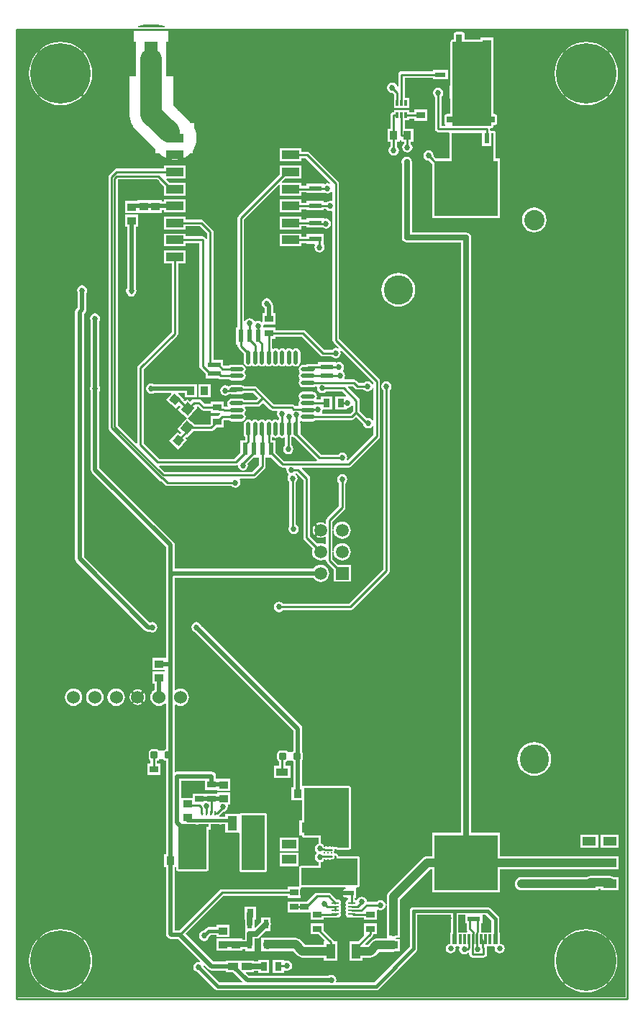
<source format=gtl>
G04*
G04 #@! TF.GenerationSoftware,Altium Limited,Altium Designer,18.1.7 (191)*
G04*
G04 Layer_Physical_Order=1*
G04 Layer_Color=255*
%FSLAX25Y25*%
%MOIN*%
G70*
G01*
G75*
%ADD14C,0.01000*%
%ADD29C,0.00906*%
%ADD30R,0.02402X0.04016*%
%ADD31R,0.02402X0.05000*%
%ADD32R,0.01181X0.02795*%
%ADD33R,0.02362X0.04331*%
%ADD34O,0.03347X0.00984*%
%ADD35R,0.02362X0.05315*%
%ADD36R,0.05118X0.01575*%
%ADD37R,0.03937X0.01575*%
%ADD38R,0.09843X0.01378*%
%ADD39R,0.00984X0.02362*%
%ADD40R,0.07874X0.03937*%
%ADD41R,0.04134X0.06890*%
%ADD42R,0.05709X0.03740*%
%ADD43R,0.03937X0.03150*%
%ADD44R,0.02244X0.02441*%
%ADD45R,0.05984X0.15984*%
%ADD46R,0.04528X0.03347*%
G04:AMPARAMS|DCode=47|XSize=31.5mil|YSize=31.5mil|CornerRadius=3.94mil|HoleSize=0mil|Usage=FLASHONLY|Rotation=180.000|XOffset=0mil|YOffset=0mil|HoleType=Round|Shape=RoundedRectangle|*
%AMROUNDEDRECTD47*
21,1,0.03150,0.02362,0,0,180.0*
21,1,0.02362,0.03150,0,0,180.0*
1,1,0.00787,-0.01181,0.01181*
1,1,0.00787,0.01181,0.01181*
1,1,0.00787,0.01181,-0.01181*
1,1,0.00787,-0.01181,-0.01181*
%
%ADD47ROUNDEDRECTD47*%
%ADD48R,0.06299X0.03937*%
%ADD49R,0.04291X0.06850*%
%ADD50R,0.03740X0.03937*%
%ADD51R,0.02362X0.04528*%
%ADD52R,0.01181X0.04528*%
%ADD53R,0.08583X0.07874*%
G04:AMPARAMS|DCode=54|XSize=47.24mil|YSize=43.31mil|CornerRadius=0mil|HoleSize=0mil|Usage=FLASHONLY|Rotation=230.000|XOffset=0mil|YOffset=0mil|HoleType=Round|Shape=Rectangle|*
%AMROTATEDRECTD54*
4,1,4,-0.00140,0.03201,0.03177,0.00418,0.00140,-0.03201,-0.03177,-0.00418,-0.00140,0.03201,0.0*
%
%ADD54ROTATEDRECTD54*%

%ADD55R,0.06496X0.05118*%
%ADD56O,0.02165X0.06496*%
%ADD57O,0.06496X0.02165*%
%ADD58R,0.29370X0.25472*%
%ADD59R,0.03937X0.03740*%
G04:AMPARAMS|DCode=60|XSize=39.37mil|YSize=37.4mil|CornerRadius=0mil|HoleSize=0mil|Usage=FLASHONLY|Rotation=140.000|XOffset=0mil|YOffset=0mil|HoleType=Round|Shape=Rectangle|*
%AMROTATEDRECTD60*
4,1,4,0.02710,0.00167,0.00306,-0.02698,-0.02710,-0.00167,-0.00306,0.02698,0.02710,0.00167,0.0*
%
%ADD60ROTATEDRECTD60*%

G04:AMPARAMS|DCode=61|XSize=39.37mil|YSize=37.4mil|CornerRadius=0mil|HoleSize=0mil|Usage=FLASHONLY|Rotation=50.000|XOffset=0mil|YOffset=0mil|HoleType=Round|Shape=Rectangle|*
%AMROTATEDRECTD61*
4,1,4,0.00167,-0.02710,-0.02698,-0.00306,-0.00167,0.02710,0.02698,0.00306,0.00167,-0.02710,0.0*
%
%ADD61ROTATEDRECTD61*%

%ADD62R,0.05118X0.06496*%
%ADD63R,0.06850X0.04291*%
%ADD64R,0.04016X0.02402*%
%ADD65R,0.05000X0.02402*%
%ADD66R,0.03150X0.03937*%
%ADD67R,0.02441X0.02244*%
%ADD114C,0.02559*%
%ADD120C,0.04000*%
%ADD121C,0.02000*%
%ADD122C,0.10000*%
%ADD123C,0.01500*%
%ADD124C,0.02500*%
%ADD125R,0.03600X0.03000*%
%ADD126R,0.15400X0.15000*%
%ADD127R,0.02000X0.02000*%
%ADD128R,0.03000X0.03600*%
%ADD129R,0.15000X0.15400*%
%ADD130C,0.28000*%
%ADD131C,0.02500*%
%ADD132R,0.05906X0.05906*%
%ADD133C,0.05906*%
%ADD134C,0.06000*%
%ADD135C,0.13583*%
%ADD136C,0.09409*%
%ADD137C,0.02700*%
%ADD138C,0.03000*%
G36*
X95564Y450538D02*
X97076Y450079D01*
X97303Y449958D01*
X97181Y449473D01*
X84868Y449499D01*
X84747Y449985D01*
X84924Y450079D01*
X86436Y450538D01*
X88008Y450693D01*
X93992D01*
X95564Y450538D01*
D02*
G37*
G36*
X311000Y448000D02*
Y0D01*
X28200D01*
Y448246D01*
X28554Y448599D01*
X311000Y448000D01*
D02*
G37*
%LPC*%
G36*
X292656Y442645D02*
X290365Y442465D01*
X288131Y441928D01*
X286007Y441049D01*
X284048Y439848D01*
X282758Y438747D01*
X292656Y428849D01*
X302554Y438747D01*
X301264Y439848D01*
X299305Y441049D01*
X297182Y441928D01*
X294947Y442465D01*
X292656Y442645D01*
D02*
G37*
G36*
X49000D02*
X46709Y442465D01*
X44474Y441928D01*
X42351Y441049D01*
X40392Y439848D01*
X39102Y438747D01*
X49000Y428849D01*
X58898Y438747D01*
X57608Y439848D01*
X55649Y441049D01*
X53526Y441928D01*
X51291Y442465D01*
X49000Y442645D01*
D02*
G37*
G36*
X228468Y429720D02*
X221468D01*
Y429049D01*
X207000D01*
X206415Y428933D01*
X205919Y428601D01*
X205587Y428105D01*
X205471Y427520D01*
Y422159D01*
X204971Y422110D01*
X204929Y422317D01*
X204410Y423094D01*
X203633Y423614D01*
X202716Y423796D01*
X201799Y423614D01*
X201022Y423094D01*
X200502Y422317D01*
X200320Y421400D01*
X200502Y420483D01*
X201022Y419706D01*
X201799Y419186D01*
X202716Y419004D01*
X202827Y419026D01*
X203486Y418366D01*
Y416732D01*
X203441D01*
Y411937D01*
X205410D01*
Y411937D01*
X207378D01*
Y411937D01*
X210559D01*
Y416732D01*
X208591D01*
Y416732D01*
X208529D01*
Y425990D01*
X221468D01*
Y425319D01*
X228468D01*
Y429720D01*
D02*
G37*
G36*
X303403Y437898D02*
X293505Y428000D01*
X303403Y418102D01*
X304504Y419392D01*
X305705Y421351D01*
X306585Y423474D01*
X307121Y425709D01*
X307301Y428000D01*
X307121Y430291D01*
X306585Y432526D01*
X305705Y434649D01*
X304504Y436608D01*
X303403Y437898D01*
D02*
G37*
G36*
X59747D02*
X49848Y428000D01*
X59747Y418102D01*
X60848Y419392D01*
X62049Y421351D01*
X62928Y423474D01*
X63465Y425709D01*
X63645Y428000D01*
X63465Y430291D01*
X62928Y432526D01*
X62049Y434649D01*
X60848Y436608D01*
X59747Y437898D01*
D02*
G37*
G36*
X281910Y437898D02*
X280808Y436608D01*
X279607Y434649D01*
X278728Y432526D01*
X278191Y430291D01*
X278011Y428000D01*
X278191Y425709D01*
X278728Y423474D01*
X279607Y421351D01*
X280808Y419392D01*
X281910Y418102D01*
X291808Y428000D01*
X281910Y437898D01*
D02*
G37*
G36*
X38253D02*
X37152Y436608D01*
X35951Y434649D01*
X35072Y432526D01*
X34535Y430291D01*
X34355Y428000D01*
X34535Y425709D01*
X35072Y423474D01*
X35951Y421351D01*
X37152Y419392D01*
X38253Y418102D01*
X48151Y428000D01*
X38253Y437898D01*
D02*
G37*
G36*
X292656Y427151D02*
X282758Y417253D01*
X284048Y416152D01*
X286007Y414951D01*
X288131Y414072D01*
X290365Y413535D01*
X292656Y413355D01*
X294947Y413535D01*
X297182Y414072D01*
X299305Y414951D01*
X301264Y416152D01*
X302554Y417253D01*
X292656Y427151D01*
D02*
G37*
G36*
X49000D02*
X39102Y417253D01*
X40392Y416152D01*
X42351Y414951D01*
X44474Y414072D01*
X46709Y413535D01*
X49000Y413355D01*
X51291Y413535D01*
X53526Y414072D01*
X55649Y414951D01*
X57608Y416152D01*
X58898Y417253D01*
X49000Y427151D01*
D02*
G37*
G36*
X218969Y411228D02*
X213032D01*
Y410195D01*
X210559D01*
Y411063D01*
X208591D01*
Y411063D01*
X206622D01*
Y411063D01*
X203441D01*
Y410195D01*
X203350D01*
X202765Y410078D01*
X202269Y409747D01*
X201937Y409251D01*
X201821Y408665D01*
Y402468D01*
X200480D01*
Y396532D01*
X201821D01*
Y394155D01*
X201656Y394045D01*
X201137Y393267D01*
X200954Y392350D01*
X201137Y391434D01*
X201656Y390656D01*
X202433Y390137D01*
X203350Y389954D01*
X204267Y390137D01*
X205045Y390656D01*
X205564Y391434D01*
X205746Y392350D01*
X205564Y393267D01*
X205045Y394045D01*
X204880Y394155D01*
Y396532D01*
X206221D01*
Y397174D01*
X206720Y397480D01*
X206780Y397450D01*
Y396532D01*
X208120D01*
Y395571D01*
X208006Y395494D01*
X207486Y394717D01*
X207304Y393800D01*
X207486Y392883D01*
X208006Y392106D01*
X208783Y391586D01*
X209700Y391404D01*
X210617Y391586D01*
X211394Y392106D01*
X211914Y392883D01*
X212096Y393800D01*
X211914Y394717D01*
X211394Y395494D01*
X211179Y395638D01*
Y396532D01*
X212520D01*
Y402468D01*
X208529D01*
Y406268D01*
X210559D01*
Y407136D01*
X213032D01*
Y406079D01*
X218969D01*
Y411228D01*
D02*
G37*
G36*
X235200Y447220D02*
X232200D01*
X231810Y447142D01*
X231479Y446921D01*
X231258Y446590D01*
X231180Y446200D01*
Y443720D01*
X230700D01*
X230310Y443642D01*
X229979Y443421D01*
X229758Y443090D01*
X229680Y442700D01*
Y427300D01*
Y422492D01*
X229319D01*
Y416476D01*
X229680D01*
Y409220D01*
X227800D01*
X227410Y409142D01*
X227079Y408921D01*
X226858Y408590D01*
X226780Y408200D01*
Y405200D01*
X226858Y404810D01*
X227079Y404479D01*
X227294Y404336D01*
X227165Y403836D01*
X225529D01*
Y417196D01*
X225694Y417306D01*
X226214Y418083D01*
X226396Y419000D01*
X226214Y419917D01*
X225694Y420694D01*
X224917Y421214D01*
X224000Y421396D01*
X223083Y421214D01*
X222306Y420694D01*
X221786Y419917D01*
X221604Y419000D01*
X221786Y418083D01*
X222306Y417306D01*
X222471Y417196D01*
Y402306D01*
X222587Y401721D01*
X222919Y401225D01*
X223415Y400893D01*
X224000Y400777D01*
X228853D01*
X229080Y400500D01*
Y388606D01*
X223057D01*
X221857Y389806D01*
X221896Y390000D01*
X221714Y390917D01*
X221194Y391694D01*
X220417Y392214D01*
X219500Y392396D01*
X218583Y392214D01*
X217806Y391694D01*
X217286Y390917D01*
X217104Y390000D01*
X217286Y389083D01*
X217806Y388306D01*
X218583Y387786D01*
X219500Y387604D01*
X219694Y387643D01*
X221319Y386018D01*
Y361134D01*
X252689D01*
Y388606D01*
X250520D01*
Y400500D01*
X250442Y400890D01*
X250221Y401221D01*
X249890Y401442D01*
X249500Y401520D01*
X248681D01*
X248510Y401485D01*
X248010Y401747D01*
Y402306D01*
X248317Y402680D01*
X248500D01*
X248890Y402758D01*
X249221Y402979D01*
X249442Y403310D01*
X249520Y403700D01*
Y404180D01*
X250300D01*
X250690Y404258D01*
X251021Y404479D01*
X251242Y404810D01*
X251320Y405200D01*
Y408200D01*
X251242Y408590D01*
X251021Y408921D01*
X250690Y409142D01*
X250300Y409220D01*
X249520D01*
Y442700D01*
X249492Y442838D01*
Y444681D01*
X243476D01*
Y443720D01*
X236220D01*
Y446200D01*
X236142Y446590D01*
X235921Y446921D01*
X235590Y447142D01*
X235200Y447220D01*
D02*
G37*
G36*
X93992Y447657D02*
X88008D01*
X87833Y447634D01*
X83008D01*
Y442808D01*
X82985Y442634D01*
Y440661D01*
X82721Y440317D01*
X82645Y440224D01*
X82591Y440124D01*
X81992Y439085D01*
X81839Y438716D01*
X81717Y438487D01*
X81641Y438239D01*
X81488Y437869D01*
X81178Y436711D01*
X81145Y436602D01*
X81133Y436483D01*
X80977Y435297D01*
Y434968D01*
X80934Y434642D01*
Y409075D01*
X80977Y408748D01*
Y408419D01*
X81133Y407233D01*
X81145Y407115D01*
X81178Y407005D01*
X81488Y405847D01*
X81641Y405478D01*
X81717Y405230D01*
X81839Y405001D01*
X81992Y404631D01*
X82591Y403593D01*
X82645Y403492D01*
X82721Y403400D01*
X83449Y402451D01*
X83682Y402218D01*
X83882Y401957D01*
X93020Y392819D01*
Y391150D01*
X94690D01*
X94839Y391000D01*
X95100Y390800D01*
X95333Y390567D01*
X96377Y389766D01*
X96377Y389766D01*
X97513Y389110D01*
X98729Y388606D01*
X99996Y388267D01*
X101301Y388095D01*
X102612D01*
X103918Y388267D01*
X105184Y388606D01*
X106401Y389110D01*
X107536Y389766D01*
X108581Y390567D01*
X109163Y391150D01*
X110894D01*
Y393551D01*
X110965Y393674D01*
X111469Y394891D01*
X111808Y396157D01*
X111980Y397463D01*
Y398774D01*
X111808Y400079D01*
X111469Y401346D01*
X110965Y402562D01*
X110894Y402685D01*
Y405087D01*
X109189D01*
X109074Y405236D01*
X101066Y413244D01*
Y434642D01*
X101023Y434968D01*
Y435297D01*
X100867Y436483D01*
X100855Y436602D01*
X100822Y436711D01*
X100512Y437869D01*
X100359Y438239D01*
X100284Y438487D01*
X100161Y438716D01*
X100008Y439085D01*
X99409Y440124D01*
X99355Y440224D01*
X99279Y440317D01*
X99015Y440661D01*
Y442634D01*
X98992Y442808D01*
Y447634D01*
X94167D01*
X93992Y447657D01*
D02*
G37*
G36*
X160437Y393213D02*
X150563D01*
Y387276D01*
X160437D01*
Y388715D01*
X162622D01*
X173915Y377422D01*
X173598Y377032D01*
X172681Y377215D01*
X171764Y377032D01*
X171435Y376813D01*
X171012Y377039D01*
Y377039D01*
X166768D01*
Y377039D01*
X162988D01*
Y376025D01*
X160437D01*
Y377465D01*
X151681D01*
X151489Y377926D01*
X152964Y379401D01*
X160437D01*
Y385338D01*
X150563D01*
Y381326D01*
X131419Y362181D01*
X131087Y361685D01*
X130971Y361100D01*
Y310512D01*
X130280D01*
Y306268D01*
Y302488D01*
X130971D01*
Y301862D01*
X131087Y301277D01*
X131419Y300781D01*
X133853Y298346D01*
Y294370D01*
X134015Y293558D01*
X134475Y292869D01*
X135164Y292408D01*
X135976Y292247D01*
X136789Y292408D01*
X137163Y292658D01*
X137625Y292869D01*
X138313Y292408D01*
X139126Y292247D01*
X139939Y292408D01*
X140313Y292658D01*
X140701Y292835D01*
X141088Y292658D01*
X141463Y292408D01*
X142276Y292247D01*
X143088Y292408D01*
X143463Y292658D01*
X143924Y292869D01*
X144613Y292408D01*
X145425Y292247D01*
X146238Y292408D01*
X146612Y292658D01*
X147000Y292835D01*
X147388Y292658D01*
X147762Y292408D01*
X148575Y292247D01*
X149387Y292408D01*
X149762Y292658D01*
X150223Y292869D01*
X150912Y292408D01*
X151724Y292247D01*
X152537Y292408D01*
X153226Y292869D01*
X153373D01*
X154061Y292408D01*
X154874Y292247D01*
X155687Y292408D01*
X156376Y292869D01*
X156836Y292658D01*
X157211Y292408D01*
X158024Y292247D01*
X158836Y292408D01*
X159525Y292869D01*
X159985Y293558D01*
X160147Y294370D01*
Y298701D01*
X159985Y299513D01*
X159525Y300202D01*
X158836Y300663D01*
X158024Y300824D01*
X157211Y300663D01*
X156522Y300202D01*
X156061Y300412D01*
X155687Y300663D01*
X154874Y300824D01*
X154061Y300663D01*
X153687Y300412D01*
X153226Y300202D01*
X152537Y300663D01*
X151724Y300824D01*
X150912Y300663D01*
X150537Y300412D01*
X150076Y300202D01*
X149387Y300663D01*
X148575Y300824D01*
X147762Y300663D01*
X147455Y300457D01*
X146955Y300724D01*
Y305079D01*
X148468D01*
Y306124D01*
X160713D01*
X169419Y297419D01*
X169915Y297087D01*
X170500Y296971D01*
X174696D01*
X174806Y296806D01*
X175583Y296286D01*
X176500Y296104D01*
X177417Y296286D01*
X178194Y296806D01*
X178714Y297583D01*
X178896Y298500D01*
X178714Y299417D01*
X179103Y299734D01*
X193971Y284866D01*
Y283780D01*
X193471Y283731D01*
X193414Y284017D01*
X192894Y284794D01*
X192117Y285314D01*
X191200Y285496D01*
X190283Y285314D01*
X189506Y284794D01*
X189396Y284629D01*
X187233D01*
X186057Y285806D01*
X185561Y286137D01*
X184976Y286254D01*
X180761D01*
X180494Y286754D01*
X180714Y287083D01*
X180896Y288000D01*
X180714Y288917D01*
X180194Y289694D01*
X179902Y289889D01*
X179844Y290530D01*
X180214Y291083D01*
X180396Y292000D01*
X180214Y292917D01*
X179694Y293694D01*
X178917Y294214D01*
X178000Y294396D01*
X177083Y294214D01*
X176786Y294015D01*
X176401Y294220D01*
Y294220D01*
X172158D01*
Y294220D01*
X168378D01*
Y293529D01*
X163535D01*
X162950Y293413D01*
X162552Y293147D01*
X161370D01*
X160557Y292986D01*
X159869Y292525D01*
X159408Y291836D01*
X159247Y291024D01*
X159408Y290211D01*
X159659Y289837D01*
X159869Y289375D01*
X159408Y288687D01*
X159247Y287874D01*
X159408Y287061D01*
X159659Y286687D01*
X159869Y286226D01*
X159408Y285537D01*
X159247Y284724D01*
X159408Y283912D01*
X159869Y283223D01*
X160557Y282763D01*
X161370Y282601D01*
X165701D01*
X166513Y282763D01*
X167161Y283195D01*
X167588D01*
X167905Y282808D01*
X167804Y282300D01*
X167986Y281383D01*
X168506Y280606D01*
X169283Y280086D01*
X170200Y279904D01*
X171117Y280086D01*
X171894Y280606D01*
X172004Y280771D01*
X179567D01*
X181369Y278969D01*
X181161Y278468D01*
X176299D01*
Y272532D01*
X181449D01*
Y272819D01*
X181835Y273137D01*
X182000Y273104D01*
X182917Y273286D01*
X183694Y273806D01*
X183971Y274219D01*
X184471Y274068D01*
Y271634D01*
X183343Y270506D01*
X170345D01*
X170078Y271006D01*
X170363Y271433D01*
X170546Y272350D01*
X170694Y272532D01*
X174756D01*
Y278468D01*
X169606D01*
Y277029D01*
X167803D01*
X167568Y277470D01*
X167663Y277613D01*
X167824Y278425D01*
X167663Y279238D01*
X167202Y279927D01*
X166513Y280387D01*
X165701Y280549D01*
X161370D01*
X160557Y280387D01*
X159869Y279927D01*
X159408Y279238D01*
X159247Y278425D01*
X159408Y277613D01*
X159659Y277238D01*
X159869Y276777D01*
X159408Y276088D01*
X159247Y275276D01*
X159395Y274529D01*
X159303Y274266D01*
X159177Y274029D01*
X157648D01*
X157296Y274381D01*
X156800Y274713D01*
X156214Y274829D01*
X147733D01*
X143781Y278781D01*
X139907Y282656D01*
X139410Y282988D01*
X138825Y283104D01*
X134090D01*
X133442Y283537D01*
X132630Y283698D01*
X128299D01*
X127487Y283537D01*
X126798Y283076D01*
X126767Y283030D01*
X126267Y283363D01*
X125350Y283546D01*
X124433Y283363D01*
X123656Y282844D01*
X123137Y282067D01*
X122954Y281150D01*
X123137Y280233D01*
X123656Y279455D01*
X124433Y278936D01*
X125350Y278754D01*
X126267Y278936D01*
X127045Y279455D01*
X127487Y279613D01*
X128299Y279451D01*
X132630D01*
X133442Y279613D01*
X134090Y280045D01*
X138192D01*
X140537Y277700D01*
X139642Y276805D01*
X134090D01*
X133442Y277238D01*
X132630Y277399D01*
X128299D01*
X127487Y277238D01*
X126798Y276777D01*
X126337Y276088D01*
X126176Y275276D01*
X126337Y274463D01*
X126543Y274155D01*
X126276Y273655D01*
X125194D01*
X125108Y273713D01*
X124523Y273829D01*
X124469D01*
Y275921D01*
X118532D01*
Y274876D01*
X115787D01*
X114081Y276581D01*
X113585Y276913D01*
X113000Y277029D01*
X110735D01*
X110150Y276913D01*
X109653Y276581D01*
X108988Y275916D01*
X107514Y277153D01*
X106756Y276249D01*
X106256Y276227D01*
X105750Y276734D01*
X106143Y277203D01*
X103417Y279491D01*
X103588Y279961D01*
X106480D01*
Y278031D01*
X112221D01*
Y283968D01*
X108706D01*
X108350Y284039D01*
X92178D01*
X91917Y284214D01*
X91000Y284396D01*
X90083Y284214D01*
X89306Y283694D01*
X88786Y282917D01*
X88604Y282000D01*
X88786Y281083D01*
X89306Y280306D01*
X90083Y279786D01*
X91000Y279604D01*
X91917Y279786D01*
X92178Y279961D01*
X100116D01*
X100327Y279508D01*
X97906Y276622D01*
X102454Y272806D01*
X103538Y274098D01*
X104038Y274120D01*
X104544Y273614D01*
X103192Y272002D01*
X107414Y268459D01*
X103112Y263332D01*
X104728Y261976D01*
X104750Y261476D01*
X104344Y261069D01*
X103122Y262094D01*
X99306Y257546D01*
X103703Y253857D01*
X107519Y258405D01*
X106979Y258858D01*
X106957Y259357D01*
X107364Y259764D01*
X107961Y259263D01*
X110547Y262344D01*
X118719D01*
X119305Y262460D01*
X119801Y262791D01*
X121088Y264079D01*
X124469D01*
Y267447D01*
X126839D01*
X127487Y267015D01*
X128299Y266853D01*
X132630D01*
X133443Y267015D01*
X134131Y267475D01*
X134592Y268164D01*
X134753Y268976D01*
X134592Y269789D01*
X134342Y270163D01*
X134165Y270551D01*
X134342Y270939D01*
X134592Y271313D01*
X134753Y272126D01*
X134592Y272939D01*
X134386Y273246D01*
X134653Y273746D01*
X140276D01*
X140861Y273863D01*
X141357Y274194D01*
X142700Y275537D01*
X146019Y272219D01*
X146515Y271887D01*
X147100Y271771D01*
X149259D01*
X149457Y271401D01*
X149477Y271271D01*
X149304Y270400D01*
X149486Y269483D01*
X150006Y268706D01*
X150171Y268596D01*
Y267670D01*
X149671Y267403D01*
X149387Y267592D01*
X148575Y267753D01*
X147762Y267592D01*
X147388Y267341D01*
X147000Y267165D01*
X146612Y267341D01*
X146238Y267592D01*
X145425Y267753D01*
X144613Y267592D01*
X144238Y267341D01*
X143850Y267165D01*
X143463Y267341D01*
X143088Y267592D01*
X142276Y267753D01*
X141463Y267592D01*
X141088Y267341D01*
X140701Y267165D01*
X140313Y267341D01*
X139939Y267592D01*
X139126Y267753D01*
X138313Y267592D01*
X137939Y267341D01*
X137551Y267165D01*
X137163Y267341D01*
X136789Y267592D01*
X135976Y267753D01*
X135164Y267592D01*
X134475Y267131D01*
X134015Y266442D01*
X133853Y265630D01*
Y261299D01*
X134015Y260487D01*
X134447Y259839D01*
Y258193D01*
X132280D01*
Y254413D01*
X132280D01*
Y252230D01*
X129579Y249529D01*
X94634D01*
X87529Y256633D01*
Y290918D01*
X103038Y306426D01*
X103370Y306923D01*
X103486Y307508D01*
Y340032D01*
X106894D01*
Y345969D01*
X97020D01*
Y340032D01*
X100427D01*
Y308141D01*
X84919Y292633D01*
X84587Y292137D01*
X84471Y291551D01*
Y256846D01*
X84009Y256654D01*
X75529Y265134D01*
Y378867D01*
X75634Y378971D01*
X93666D01*
X97020Y375617D01*
Y371528D01*
X106894D01*
Y377465D01*
X99498D01*
X98023Y378940D01*
X98215Y379402D01*
X106894D01*
Y385339D01*
X97020D01*
Y383899D01*
X74899D01*
X74314Y383783D01*
X73818Y383452D01*
X71525Y381159D01*
X71193Y380663D01*
X71077Y380077D01*
Y263923D01*
X71193Y263337D01*
X71525Y262841D01*
X94841Y239525D01*
X95337Y239193D01*
X95720Y239117D01*
X97419Y237419D01*
X97915Y237087D01*
X98500Y236971D01*
X128196D01*
X128306Y236806D01*
X129083Y236286D01*
X130000Y236104D01*
X130917Y236286D01*
X131694Y236806D01*
X132214Y237583D01*
X132396Y238500D01*
X132214Y239417D01*
X131844Y239971D01*
X132111Y240471D01*
X138500D01*
X139085Y240587D01*
X139581Y240919D01*
X143581Y244919D01*
X143913Y245415D01*
X144029Y246000D01*
Y250169D01*
X144720D01*
Y250169D01*
X146455D01*
X150706Y245919D01*
X151202Y245587D01*
X151787Y245471D01*
X153287D01*
X153698Y244971D01*
X153604Y244500D01*
X153786Y243583D01*
X154306Y242806D01*
X154598Y242611D01*
X154692Y242023D01*
X154286Y241417D01*
X154104Y240500D01*
X154286Y239583D01*
X154806Y238806D01*
X154971Y238696D01*
Y218193D01*
X154786Y217917D01*
X154604Y217000D01*
X154786Y216083D01*
X155306Y215306D01*
X156083Y214786D01*
X157000Y214604D01*
X157917Y214786D01*
X158694Y215306D01*
X159214Y216083D01*
X159396Y217000D01*
X159214Y217917D01*
X158694Y218694D01*
X158029Y219139D01*
Y238696D01*
X158194Y238806D01*
X158714Y239583D01*
X158896Y240500D01*
X158714Y241417D01*
X158194Y242194D01*
X157853Y242422D01*
X158032Y242904D01*
X158395Y242943D01*
X161471Y239866D01*
Y213000D01*
X161587Y212415D01*
X161919Y211919D01*
X165841Y207996D01*
X165649Y207532D01*
X165513Y206500D01*
X165649Y205468D01*
X166047Y204507D01*
X166681Y203681D01*
X167507Y203047D01*
X168468Y202649D01*
X169500Y202513D01*
X170532Y202649D01*
X171493Y203047D01*
X171522Y203069D01*
X171971Y202848D01*
Y202500D01*
X172087Y201915D01*
X172419Y201419D01*
X175547Y198290D01*
Y192547D01*
X183453D01*
Y200453D01*
X177710D01*
X175029Y203134D01*
Y206344D01*
X175529Y206377D01*
X175560Y206146D01*
X175649Y205468D01*
X176047Y204507D01*
X176681Y203681D01*
X177507Y203047D01*
X178468Y202649D01*
X179500Y202513D01*
X180532Y202649D01*
X181493Y203047D01*
X182319Y203681D01*
X182953Y204507D01*
X183351Y205468D01*
X183487Y206500D01*
X183351Y207532D01*
X182953Y208493D01*
X182319Y209319D01*
X181493Y209953D01*
X180532Y210351D01*
X179500Y210487D01*
X178468Y210351D01*
X177507Y209953D01*
X176681Y209319D01*
X176047Y208493D01*
X175649Y207532D01*
X175560Y206854D01*
X175529Y206624D01*
X175029Y206656D01*
Y216344D01*
X175529Y216376D01*
X175560Y216146D01*
X175649Y215468D01*
X176047Y214507D01*
X176681Y213681D01*
X177507Y213047D01*
X178468Y212649D01*
X179500Y212513D01*
X180532Y212649D01*
X181493Y213047D01*
X182319Y213681D01*
X182953Y214507D01*
X183351Y215468D01*
X183487Y216500D01*
X183351Y217532D01*
X182953Y218493D01*
X182319Y219319D01*
X181493Y219953D01*
X180532Y220351D01*
X179500Y220487D01*
X178468Y220351D01*
X177507Y219953D01*
X176681Y219319D01*
X176047Y218493D01*
X175649Y217532D01*
X175560Y216854D01*
X175529Y216623D01*
X175029Y216656D01*
Y220367D01*
X180581Y225919D01*
X180913Y226415D01*
X181029Y227000D01*
Y238196D01*
X181194Y238306D01*
X181714Y239083D01*
X181896Y240000D01*
X181714Y240917D01*
X181194Y241694D01*
X180417Y242214D01*
X179500Y242396D01*
X178583Y242214D01*
X177806Y241694D01*
X177286Y240917D01*
X177104Y240000D01*
X177286Y239083D01*
X177806Y238306D01*
X177971Y238196D01*
Y227634D01*
X172419Y222081D01*
X172087Y221585D01*
X171971Y221000D01*
Y219648D01*
X171522Y219426D01*
X171292Y219603D01*
X170427Y219961D01*
X169500Y220083D01*
X168573Y219961D01*
X167708Y219603D01*
X167446Y219402D01*
X169924Y216924D01*
X169500Y216500D01*
X169924Y216076D01*
X167446Y213598D01*
X167708Y213397D01*
X168573Y213039D01*
X169500Y212917D01*
X170427Y213039D01*
X171292Y213397D01*
X171522Y213574D01*
X171971Y213352D01*
Y210152D01*
X171522Y209931D01*
X171493Y209953D01*
X170532Y210351D01*
X169500Y210487D01*
X168468Y210351D01*
X168004Y210159D01*
X164529Y213633D01*
Y240500D01*
X164413Y241085D01*
X164081Y241581D01*
X160654Y245009D01*
X160846Y245471D01*
X182500D01*
X183085Y245587D01*
X183581Y245919D01*
X196581Y258919D01*
X196913Y259415D01*
X197029Y260000D01*
Y285500D01*
X196913Y286085D01*
X196581Y286581D01*
X178029Y305134D01*
Y377000D01*
X177913Y377585D01*
X177581Y378081D01*
X164337Y391325D01*
X163841Y391657D01*
X163256Y391774D01*
X160437D01*
Y393213D01*
D02*
G37*
G36*
X106894Y369590D02*
X97020D01*
Y368661D01*
X95969D01*
Y369220D01*
X84531D01*
Y369020D01*
X78803D01*
Y363280D01*
X84740D01*
Y363480D01*
X95969D01*
Y364583D01*
X97020D01*
Y363653D01*
X106894D01*
Y369590D01*
D02*
G37*
G36*
X268500Y365939D02*
X267011Y365743D01*
X265623Y365168D01*
X264431Y364254D01*
X263517Y363062D01*
X262942Y361674D01*
X262746Y360185D01*
X262942Y358696D01*
X263517Y357308D01*
X264431Y356116D01*
X265623Y355202D01*
X267011Y354627D01*
X268500Y354431D01*
X269989Y354627D01*
X271377Y355202D01*
X272569Y356116D01*
X273483Y357308D01*
X274058Y358696D01*
X274254Y360185D01*
X274058Y361674D01*
X273483Y363062D01*
X272569Y364254D01*
X271377Y365168D01*
X269989Y365743D01*
X268500Y365939D01*
D02*
G37*
G36*
X106894Y361717D02*
X97020D01*
Y355780D01*
X106894D01*
Y357219D01*
X113619D01*
X116762Y354075D01*
Y351443D01*
X116262Y351394D01*
X116212Y351644D01*
X115881Y352140D01*
X115384Y352472D01*
X114799Y352589D01*
X106894D01*
Y353842D01*
X97020D01*
Y347905D01*
X106894D01*
Y349530D01*
X113270D01*
Y292492D01*
X113386Y291907D01*
X113718Y291411D01*
X116169Y288959D01*
Y286779D01*
X120413D01*
Y286779D01*
X122139D01*
X122616Y286461D01*
X123201Y286345D01*
X126839D01*
X127487Y285912D01*
X128299Y285751D01*
X132630D01*
X133443Y285912D01*
X134132Y286372D01*
X134592Y287061D01*
X134753Y287874D01*
X134592Y288687D01*
X134132Y289376D01*
X134342Y289837D01*
X134592Y290211D01*
X134753Y291024D01*
X134592Y291836D01*
X134131Y292525D01*
X133443Y292986D01*
X132630Y293147D01*
X128299D01*
X127487Y292986D01*
X126839Y292553D01*
X124685D01*
X124193Y293045D01*
Y295220D01*
X119949D01*
X119821Y295667D01*
Y354709D01*
X119704Y355294D01*
X119373Y355790D01*
X115333Y359829D01*
X114837Y360161D01*
X114252Y360277D01*
X106894D01*
Y361717D01*
D02*
G37*
G36*
X84740Y362720D02*
X78803D01*
Y356980D01*
X79732D01*
Y328572D01*
X79558Y328311D01*
X79376Y327394D01*
X79558Y326477D01*
X79868Y326013D01*
X79888Y325912D01*
X80330Y325251D01*
X80991Y324809D01*
X81772Y324654D01*
X82552Y324809D01*
X83214Y325251D01*
X83656Y325912D01*
X83676Y326013D01*
X83985Y326477D01*
X84168Y327394D01*
X83985Y328311D01*
X83811Y328572D01*
Y356980D01*
X84740D01*
Y362720D01*
D02*
G37*
G36*
X205508Y335652D02*
X203980Y335501D01*
X202512Y335056D01*
X201158Y334332D01*
X199972Y333359D01*
X198998Y332172D01*
X198275Y330819D01*
X197829Y329350D01*
X197679Y327823D01*
X197829Y326295D01*
X198275Y324827D01*
X198998Y323473D01*
X199972Y322287D01*
X201158Y321313D01*
X202512Y320590D01*
X203980Y320144D01*
X205508Y319994D01*
X207035Y320144D01*
X208504Y320590D01*
X209858Y321313D01*
X211044Y322287D01*
X212017Y323473D01*
X212741Y324827D01*
X213187Y326295D01*
X213337Y327823D01*
X213187Y329350D01*
X212741Y330819D01*
X212017Y332172D01*
X211044Y333359D01*
X209858Y334332D01*
X208504Y335056D01*
X207035Y335501D01*
X205508Y335652D01*
D02*
G37*
G36*
X118520Y283968D02*
X112779D01*
Y278031D01*
X118520D01*
Y283968D01*
D02*
G37*
G36*
X166598Y218554D02*
X166397Y218292D01*
X166039Y217427D01*
X165917Y216500D01*
X166039Y215573D01*
X166397Y214708D01*
X166598Y214446D01*
X168651Y216500D01*
X166598Y218554D01*
D02*
G37*
G36*
X209500Y389448D02*
X208622Y389273D01*
X208555Y389228D01*
X208483Y389214D01*
X207706Y388694D01*
X207186Y387917D01*
X207004Y387000D01*
X207186Y386083D01*
X207206Y386054D01*
Y352000D01*
X207381Y351122D01*
X207878Y350378D01*
X208622Y349881D01*
X209500Y349706D01*
X234710D01*
Y76244D01*
X221319D01*
Y65534D01*
X219008D01*
X218225Y65431D01*
X217495Y65128D01*
X216868Y64647D01*
X200963Y48742D01*
X200482Y48115D01*
X200180Y47386D01*
X200077Y46602D01*
Y42947D01*
X199576Y42898D01*
X199523Y43168D01*
X199414Y43717D01*
X198894Y44494D01*
X198117Y45014D01*
X197200Y45196D01*
X196283Y45014D01*
X195506Y44494D01*
X195396Y44329D01*
X190990D01*
X190814Y45217D01*
X190294Y45994D01*
X189517Y46514D01*
X188600Y46696D01*
X187683Y46514D01*
X186906Y45994D01*
X186386Y45217D01*
X186381Y45190D01*
X185841Y45038D01*
X185503Y45263D01*
X185274Y45309D01*
Y46180D01*
X185862D01*
Y50480D01*
X185862Y50621D01*
X186200Y50980D01*
X186500D01*
X186890Y51058D01*
X187221Y51279D01*
X187442Y51610D01*
X187520Y52000D01*
Y64500D01*
X187442Y64890D01*
X187221Y65221D01*
X186890Y65442D01*
X186500Y65520D01*
X177570D01*
X177488Y65936D01*
X177156Y66432D01*
X176660Y66763D01*
X176075Y66880D01*
X175610Y66787D01*
X175581Y66817D01*
X175582Y67419D01*
X175913Y67915D01*
X176029Y68500D01*
X176504Y68679D01*
X176551Y68688D01*
X176587Y68652D01*
X176680Y68614D01*
X176764Y68558D01*
X176862Y68538D01*
X176955Y68500D01*
X177055D01*
X177154Y68480D01*
X182500D01*
X182890Y68558D01*
X183221Y68779D01*
X183442Y69110D01*
X183520Y69500D01*
X183520Y97000D01*
X183442Y97390D01*
X183221Y97721D01*
X182890Y97942D01*
X182500Y98020D01*
X162000Y98020D01*
X161610Y97942D01*
X161539Y97895D01*
X161039Y98162D01*
Y109924D01*
X161140Y110075D01*
X161249Y110619D01*
Y112981D01*
X161140Y113525D01*
X161039Y113676D01*
Y124500D01*
X160884Y125280D01*
X160442Y125942D01*
X114275Y172109D01*
X114214Y172417D01*
X113694Y173194D01*
X112917Y173714D01*
X112000Y173896D01*
X111083Y173714D01*
X110306Y173194D01*
X109786Y172417D01*
X109604Y171500D01*
X109786Y170583D01*
X110306Y169806D01*
X111083Y169286D01*
X111391Y169225D01*
X156961Y123655D01*
Y114302D01*
X156922Y114294D01*
X156460Y113986D01*
X156315Y113768D01*
X154285Y113768D01*
X154139Y113986D01*
X153678Y114294D01*
X153135Y114402D01*
X150772D01*
X150229Y114294D01*
X149768Y113986D01*
X149460Y113525D01*
X149351Y112981D01*
Y110619D01*
X149460Y110075D01*
X149768Y109614D01*
X150071Y109412D01*
Y107407D01*
X147746D01*
Y101667D01*
X155454D01*
Y107407D01*
X153129D01*
Y109198D01*
X153135D01*
X153678Y109306D01*
X154139Y109614D01*
X154285Y109832D01*
X156315Y109832D01*
X156460Y109614D01*
X156922Y109306D01*
X156961Y109298D01*
Y97469D01*
X155980D01*
Y91531D01*
X160980D01*
X160980Y82146D01*
X159652D01*
Y75028D01*
X160987D01*
X161058Y74669D01*
X161279Y74338D01*
X161610Y74117D01*
X162000Y74040D01*
X167851D01*
X168148Y73980D01*
X168480D01*
Y71236D01*
X168496Y71156D01*
X168283Y71114D01*
X167506Y70594D01*
X166986Y69817D01*
X166804Y68900D01*
X166986Y67983D01*
X167506Y67206D01*
X167565Y67166D01*
Y66666D01*
X167473Y66605D01*
X166954Y65828D01*
X166771Y64911D01*
X166954Y63994D01*
X167473Y63217D01*
X168251Y62697D01*
X168494Y62649D01*
X168480Y62581D01*
Y61020D01*
X160500D01*
X160110Y60942D01*
X159779Y60721D01*
X159722Y60736D01*
X159551Y60787D01*
X159392Y60896D01*
X159325Y61049D01*
X159325Y61350D01*
Y67161D01*
X150475D01*
Y60870D01*
X158838D01*
X159090Y60870D01*
X159321Y60824D01*
X159454Y60681D01*
X159522Y60544D01*
X159541Y60464D01*
X159527Y60311D01*
X159556Y60402D01*
X159541Y60464D01*
X159542Y60471D01*
X159556Y60402D01*
X159452Y60072D01*
X159452D01*
Y52954D01*
X159480D01*
Y52000D01*
X159536Y51721D01*
X159338Y51359D01*
X159216Y51221D01*
X154131D01*
Y50176D01*
X123747D01*
X123162Y50059D01*
X122666Y49728D01*
X104127Y31189D01*
X101890D01*
Y60299D01*
X102480D01*
Y59500D01*
X102558Y59110D01*
X102779Y58779D01*
X103110Y58558D01*
X103500Y58480D01*
X116500D01*
X116890Y58558D01*
X117221Y58779D01*
X117442Y59110D01*
X117520Y59500D01*
Y77854D01*
X118697D01*
Y80020D01*
X123421D01*
Y80216D01*
X125370D01*
Y76342D01*
X131480D01*
X131661Y76342D01*
X131980Y75975D01*
Y59000D01*
X132058Y58610D01*
X132279Y58279D01*
X132610Y58058D01*
X133000Y57980D01*
X143500D01*
X143890Y58058D01*
X144221Y58279D01*
X144442Y58610D01*
X144520Y59000D01*
Y84500D01*
X144442Y84890D01*
X144221Y85221D01*
X143890Y85442D01*
X143500Y85520D01*
X133000D01*
X132610Y85442D01*
X132279Y85221D01*
X132161Y85045D01*
X131661Y85193D01*
Y85193D01*
X125370D01*
Y83784D01*
X122726D01*
X122582Y84059D01*
X122547Y84284D01*
X124308Y86045D01*
X125017Y86186D01*
X125794Y86706D01*
X126314Y87483D01*
X126496Y88400D01*
X126404Y88862D01*
X126722Y89248D01*
X127469D01*
Y94988D01*
X121531D01*
Y94496D01*
X116032D01*
Y94496D01*
X110350D01*
Y92520D01*
X105039D01*
Y100461D01*
X116032D01*
Y96039D01*
X121531D01*
Y95547D01*
X127468D01*
Y101287D01*
X121531D01*
Y101287D01*
X121039Y101306D01*
Y102500D01*
X120884Y103280D01*
X120442Y103942D01*
X119780Y104384D01*
X119000Y104539D01*
X103000D01*
X102390Y104418D01*
X101890Y104719D01*
Y135457D01*
X102338Y135678D01*
X102432Y135606D01*
X103405Y135203D01*
X104449Y135065D01*
X105493Y135203D01*
X106466Y135606D01*
X107302Y136247D01*
X107943Y137083D01*
X108346Y138056D01*
X108483Y139100D01*
X108346Y140144D01*
X107943Y141117D01*
X107302Y141953D01*
X106466Y142594D01*
X105493Y142997D01*
X104449Y143134D01*
X103405Y142997D01*
X102432Y142594D01*
X102338Y142522D01*
X101890Y142743D01*
Y154400D01*
Y194461D01*
X166082D01*
X166681Y193681D01*
X167507Y193047D01*
X168468Y192649D01*
X169500Y192513D01*
X170532Y192649D01*
X171493Y193047D01*
X172319Y193681D01*
X172953Y194507D01*
X173351Y195468D01*
X173487Y196500D01*
X173351Y197532D01*
X172953Y198493D01*
X172319Y199319D01*
X171493Y199953D01*
X170532Y200351D01*
X169500Y200487D01*
X168468Y200351D01*
X167507Y199953D01*
X166681Y199319D01*
X166082Y198539D01*
X101890D01*
Y209650D01*
X101734Y210430D01*
X101292Y211092D01*
X67039Y245345D01*
Y280822D01*
X67214Y281083D01*
X67396Y282000D01*
X67214Y282917D01*
X67039Y283178D01*
Y313322D01*
X67214Y313583D01*
X67396Y314500D01*
X67214Y315417D01*
X66694Y316194D01*
X65917Y316714D01*
X65000Y316896D01*
X64083Y316714D01*
X63306Y316194D01*
X62786Y315417D01*
X62604Y314500D01*
X62786Y313583D01*
X62961Y313322D01*
Y283178D01*
X62786Y282917D01*
X62604Y282000D01*
X62786Y281083D01*
X62961Y280822D01*
Y244500D01*
X63116Y243720D01*
X63558Y243058D01*
X97811Y208805D01*
Y195500D01*
Y157678D01*
X97468Y157320D01*
X91531D01*
Y151579D01*
X97074D01*
X97236Y151300D01*
X97075Y151021D01*
X91531D01*
Y145280D01*
X92461D01*
Y142526D01*
X91714Y141953D01*
X91073Y141117D01*
X90670Y140144D01*
X90532Y139100D01*
X90670Y138056D01*
X91073Y137083D01*
X91714Y136247D01*
X92550Y135606D01*
X93523Y135203D01*
X94567Y135065D01*
X95611Y135203D01*
X96584Y135606D01*
X97311Y136164D01*
X97811Y136001D01*
Y114891D01*
X97321Y114794D01*
X96860Y114486D01*
X96715Y114269D01*
X94685Y114268D01*
X94539Y114486D01*
X94078Y114794D01*
X93535Y114902D01*
X91172D01*
X90629Y114794D01*
X90168Y114486D01*
X89860Y114025D01*
X89751Y113481D01*
Y111119D01*
X89860Y110575D01*
X90168Y110114D01*
X90629Y109806D01*
X90671Y109798D01*
Y108221D01*
X89231D01*
Y103072D01*
X95169D01*
Y108221D01*
X93729D01*
Y109737D01*
X94078Y109806D01*
X94539Y110114D01*
X94685Y110331D01*
X96715Y110331D01*
X96860Y110114D01*
X97321Y109806D01*
X97811Y109709D01*
Y66236D01*
X96980D01*
Y60299D01*
X97811D01*
Y29450D01*
X97966Y28669D01*
X98408Y28008D01*
X98708Y27708D01*
X99370Y27266D01*
X100150Y27110D01*
X103406D01*
X113687Y16829D01*
X113440Y16369D01*
X112800Y16496D01*
X111883Y16314D01*
X111106Y15794D01*
X110586Y15017D01*
X110404Y14100D01*
X110586Y13183D01*
X111106Y12406D01*
X111883Y11886D01*
X112641Y11736D01*
X120538Y3838D01*
X121117Y3452D01*
X121800Y3316D01*
X195100D01*
X195783Y3452D01*
X196362Y3838D01*
X213862Y21338D01*
X213862Y21338D01*
X214248Y21917D01*
X214384Y22600D01*
X214384Y22600D01*
Y38216D01*
X229810D01*
Y30196D01*
X229413D01*
Y24958D01*
X228855Y24847D01*
X228101Y24343D01*
X227598Y23589D01*
X227421Y22700D01*
X227598Y21811D01*
X228101Y21057D01*
X228855Y20553D01*
X229745Y20376D01*
X230634Y20553D01*
X231388Y21057D01*
X231892Y21811D01*
X232069Y22700D01*
X231976Y23168D01*
X232386Y23668D01*
X233566D01*
X233857Y23168D01*
X233704Y22400D01*
X233886Y21483D01*
X234406Y20706D01*
X235183Y20186D01*
X236100Y20004D01*
X237017Y20186D01*
X237794Y20706D01*
X237814Y20736D01*
X238314Y20584D01*
Y20056D01*
X238431Y19471D01*
X238762Y18975D01*
X239258Y18643D01*
X239844Y18527D01*
X245000D01*
X245585Y18643D01*
X246081Y18975D01*
X246413Y19471D01*
X246529Y20056D01*
Y22700D01*
X246436Y23168D01*
X246712Y23668D01*
X249859D01*
X250269Y23168D01*
X250176Y22700D01*
X250353Y21811D01*
X250857Y21057D01*
X251611Y20553D01*
X252500Y20376D01*
X253389Y20553D01*
X254143Y21057D01*
X254647Y21811D01*
X254824Y22700D01*
X254647Y23589D01*
X254143Y24343D01*
X253389Y24847D01*
X252681Y24988D01*
Y30196D01*
X252284D01*
Y36300D01*
X252149Y36983D01*
X251762Y37562D01*
X248062Y41262D01*
X247483Y41649D01*
X246800Y41784D01*
X212600D01*
X211917Y41649D01*
X211338Y41262D01*
X210951Y40683D01*
X210816Y40000D01*
Y23339D01*
X194361Y6884D01*
X176970D01*
X176654Y7384D01*
X176796Y8100D01*
X176614Y9017D01*
X176094Y9794D01*
X175317Y10314D01*
X174400Y10496D01*
X173483Y10314D01*
X172923Y9939D01*
X136295D01*
X134869Y11365D01*
X135061Y11827D01*
X138413D01*
Y12206D01*
X140579D01*
Y11531D01*
X145728D01*
Y17469D01*
X140579D01*
Y16794D01*
X138413D01*
Y17173D01*
X125587D01*
Y16539D01*
X119745D01*
X106774Y29510D01*
X124381Y47117D01*
X154131D01*
Y46072D01*
X160069D01*
Y50556D01*
X160500Y50980D01*
X180819D01*
X181147Y50480D01*
X181121Y50420D01*
X180850D01*
X180460Y50342D01*
X180130Y50121D01*
X179908Y49790D01*
X179831Y49400D01*
Y47400D01*
X179908Y47010D01*
X180130Y46679D01*
X180460Y46458D01*
X180850Y46380D01*
X181618D01*
Y46180D01*
X182215D01*
Y45310D01*
X181977Y45263D01*
X181483Y44933D01*
X181154Y44440D01*
X181038Y43857D01*
X181154Y43275D01*
X181356Y42972D01*
X181154Y42668D01*
X181038Y42086D01*
X181154Y41504D01*
X181356Y41200D01*
X181154Y40896D01*
X181038Y40314D01*
X181154Y39732D01*
X181356Y39428D01*
X181154Y39125D01*
X181038Y38543D01*
X181154Y37960D01*
X181483Y37467D01*
X181977Y37137D01*
X182559Y37021D01*
X184143D01*
X184398Y36971D01*
X189532D01*
Y35925D01*
X195468D01*
Y40529D01*
X195968Y40797D01*
X196283Y40586D01*
X197200Y40404D01*
X198117Y40586D01*
X198894Y41106D01*
X199414Y41883D01*
X199523Y42432D01*
X199576Y42702D01*
X200077Y42653D01*
Y30512D01*
X200134Y30076D01*
Y27738D01*
X200134Y27642D01*
X199900Y27239D01*
X195311D01*
X195311Y27239D01*
X194528Y27135D01*
X193798Y26833D01*
X193171Y26352D01*
X191345Y24526D01*
X190342D01*
X190151Y24988D01*
X193581Y28419D01*
X193913Y28915D01*
X193976Y29232D01*
X195468D01*
Y34382D01*
X189532D01*
Y29232D01*
X189532D01*
X189689Y28852D01*
X186782Y25945D01*
X182839D01*
Y17055D01*
X188972D01*
Y18474D01*
X192598D01*
X193382Y18577D01*
X194111Y18880D01*
X194738Y19360D01*
X196564Y21187D01*
X203102D01*
X203886Y21290D01*
X204013Y21342D01*
X206071D01*
Y23777D01*
X206128Y24213D01*
X206071Y24648D01*
Y27083D01*
X204510D01*
X204348Y27362D01*
X204510Y27642D01*
X206071D01*
Y30076D01*
X206128Y30512D01*
Y45349D01*
X220261Y59482D01*
X221319D01*
Y48772D01*
X252689D01*
Y59474D01*
X303500D01*
X303936Y59531D01*
X307650D01*
Y65469D01*
X303936D01*
X303500Y65526D01*
X252689D01*
Y76244D01*
X239298D01*
Y352000D01*
X239123Y352878D01*
X238626Y353622D01*
X237882Y354119D01*
X237004Y354294D01*
X211794D01*
Y386990D01*
X211796Y387000D01*
X211794Y387010D01*
Y387154D01*
X211619Y388031D01*
X211122Y388776D01*
X210378Y389273D01*
X209500Y389448D01*
D02*
G37*
G36*
X200000Y285496D02*
X199083Y285314D01*
X198306Y284794D01*
X197786Y284017D01*
X197604Y283100D01*
X197786Y282183D01*
X198306Y281406D01*
X198471Y281296D01*
Y198433D01*
X182466Y182429D01*
X152004D01*
X151894Y182594D01*
X151117Y183114D01*
X150200Y183296D01*
X149283Y183114D01*
X148506Y182594D01*
X147986Y181817D01*
X147804Y180900D01*
X147986Y179983D01*
X148506Y179206D01*
X149283Y178686D01*
X150200Y178504D01*
X151117Y178686D01*
X151894Y179206D01*
X152004Y179371D01*
X183100D01*
X183685Y179487D01*
X184181Y179819D01*
X201081Y196719D01*
X201413Y197215D01*
X201529Y197800D01*
Y281296D01*
X201694Y281406D01*
X202214Y282183D01*
X202396Y283100D01*
X202214Y284017D01*
X201694Y284794D01*
X200917Y285314D01*
X200000Y285496D01*
D02*
G37*
G36*
X59000Y329896D02*
X58083Y329714D01*
X57306Y329194D01*
X56786Y328417D01*
X56604Y327500D01*
X56786Y326583D01*
X56961Y326322D01*
Y319598D01*
X56308Y318945D01*
X55866Y318283D01*
X55711Y317503D01*
Y203250D01*
X55866Y202470D01*
X56308Y201808D01*
X88058Y170058D01*
X88720Y169616D01*
X89500Y169461D01*
X90322D01*
X90583Y169286D01*
X91500Y169104D01*
X92417Y169286D01*
X93194Y169806D01*
X93714Y170583D01*
X93896Y171500D01*
X93714Y172417D01*
X93194Y173194D01*
X92417Y173714D01*
X91500Y173896D01*
X90583Y173714D01*
X90336Y173548D01*
X59789Y204095D01*
Y316658D01*
X60442Y317311D01*
X60884Y317973D01*
X61039Y318753D01*
Y326322D01*
X61214Y326583D01*
X61396Y327500D01*
X61214Y328417D01*
X60694Y329194D01*
X59917Y329714D01*
X59000Y329896D01*
D02*
G37*
G36*
X84685Y142731D02*
X83745Y142607D01*
X82869Y142245D01*
X82598Y142036D01*
X84685Y139948D01*
X86773Y142036D01*
X86501Y142245D01*
X85625Y142607D01*
X84685Y142731D01*
D02*
G37*
G36*
X81749Y141187D02*
X81540Y140916D01*
X81178Y140040D01*
X81054Y139100D01*
X81178Y138160D01*
X81540Y137285D01*
X81749Y137013D01*
X83837Y139100D01*
X81749Y141187D01*
D02*
G37*
G36*
X87621D02*
X85534Y139100D01*
X87621Y137013D01*
X87830Y137285D01*
X88192Y138160D01*
X88316Y139100D01*
X88192Y140040D01*
X87830Y140916D01*
X87621Y141187D01*
D02*
G37*
G36*
X84685Y138251D02*
X82598Y136164D01*
X82869Y135955D01*
X83745Y135593D01*
X84685Y135469D01*
X85625Y135593D01*
X86501Y135955D01*
X86773Y136164D01*
X84685Y138251D01*
D02*
G37*
G36*
X74764Y143134D02*
X73720Y142997D01*
X72746Y142594D01*
X71911Y141953D01*
X71270Y141117D01*
X70867Y140144D01*
X70729Y139100D01*
X70867Y138056D01*
X71270Y137083D01*
X71911Y136247D01*
X72746Y135606D01*
X73720Y135203D01*
X74764Y135065D01*
X75808Y135203D01*
X76781Y135606D01*
X77617Y136247D01*
X78258Y137083D01*
X78661Y138056D01*
X78798Y139100D01*
X78661Y140144D01*
X78258Y141117D01*
X77617Y141953D01*
X76781Y142594D01*
X75808Y142997D01*
X74764Y143134D01*
D02*
G37*
G36*
X64882D02*
X63838Y142997D01*
X62865Y142594D01*
X62029Y141953D01*
X61388Y141117D01*
X60985Y140144D01*
X60847Y139100D01*
X60985Y138056D01*
X61388Y137083D01*
X62029Y136247D01*
X62865Y135606D01*
X63838Y135203D01*
X64882Y135065D01*
X65926Y135203D01*
X66899Y135606D01*
X67735Y136247D01*
X68376Y137083D01*
X68779Y138056D01*
X68916Y139100D01*
X68779Y140144D01*
X68376Y141117D01*
X67735Y141953D01*
X66899Y142594D01*
X65926Y142997D01*
X64882Y143134D01*
D02*
G37*
G36*
X55000D02*
X53956Y142997D01*
X52983Y142594D01*
X52147Y141953D01*
X51506Y141117D01*
X51103Y140144D01*
X50965Y139100D01*
X51103Y138056D01*
X51506Y137083D01*
X52147Y136247D01*
X52983Y135606D01*
X53956Y135203D01*
X55000Y135065D01*
X56044Y135203D01*
X57017Y135606D01*
X57853Y136247D01*
X58494Y137083D01*
X58897Y138056D01*
X59035Y139100D01*
X58897Y140144D01*
X58494Y141117D01*
X57853Y141953D01*
X57017Y142594D01*
X56044Y142997D01*
X55000Y143134D01*
D02*
G37*
G36*
X268500Y118329D02*
X266973Y118179D01*
X265504Y117733D01*
X264150Y117010D01*
X262964Y116036D01*
X261990Y114850D01*
X261267Y113496D01*
X260821Y112027D01*
X260671Y110500D01*
X260821Y108973D01*
X261267Y107504D01*
X261990Y106150D01*
X262964Y104964D01*
X264150Y103990D01*
X265504Y103267D01*
X266973Y102821D01*
X268500Y102671D01*
X270027Y102821D01*
X271496Y103267D01*
X272850Y103990D01*
X274036Y104964D01*
X275010Y106150D01*
X275733Y107504D01*
X276179Y108973D01*
X276329Y110500D01*
X276179Y112027D01*
X275733Y113496D01*
X275010Y114850D01*
X274036Y116036D01*
X272850Y117010D01*
X271496Y117733D01*
X270027Y118179D01*
X268500Y118329D01*
D02*
G37*
G36*
X307650Y75311D02*
X299350D01*
Y69374D01*
X307650D01*
Y75311D01*
D02*
G37*
G36*
X298201D02*
X289902D01*
Y69374D01*
X298201D01*
Y75311D01*
D02*
G37*
G36*
X159325Y74130D02*
X150475D01*
Y67839D01*
X159325D01*
Y74130D01*
D02*
G37*
G36*
X159930Y60822D02*
X159742Y60730D01*
X159779Y60721D01*
X159930Y60822D01*
D02*
G37*
G36*
X303500Y56305D02*
X294673D01*
X293890Y56202D01*
X293160Y55900D01*
X292878Y55683D01*
X262500D01*
X261717Y55580D01*
X260987Y55278D01*
X260360Y54797D01*
X259879Y54170D01*
X259577Y53441D01*
X259474Y52658D01*
X259577Y51874D01*
X259879Y51144D01*
X260360Y50518D01*
X260987Y50037D01*
X261717Y49735D01*
X262500Y49632D01*
X294051D01*
X294487Y49689D01*
X298201D01*
Y50254D01*
X299350D01*
Y49689D01*
X303064D01*
X303500Y49632D01*
X303936Y49689D01*
X307650D01*
Y55626D01*
X305370D01*
X305013Y55900D01*
X304283Y56202D01*
X303500Y56305D01*
D02*
G37*
G36*
X173117Y48529D02*
X167800D01*
X167215Y48413D01*
X166719Y48081D01*
X163165Y44528D01*
X160069D01*
Y44528D01*
X154131D01*
Y39379D01*
X159031D01*
Y39379D01*
X164969D01*
X165032Y38905D01*
Y35925D01*
X170968D01*
Y36971D01*
X176602D01*
X176857Y37021D01*
X177441D01*
X178023Y37137D01*
X178517Y37467D01*
X178847Y37960D01*
X178962Y38543D01*
X178847Y39125D01*
X178644Y39428D01*
X178847Y39732D01*
X178962Y40314D01*
X178847Y40896D01*
X178644Y41200D01*
X178847Y41504D01*
X178962Y42086D01*
X178847Y42668D01*
X178644Y42972D01*
X178847Y43275D01*
X178962Y43857D01*
X178847Y44440D01*
X178517Y44933D01*
X178023Y45263D01*
X177441Y45379D01*
X176901D01*
X174199Y48081D01*
X173703Y48413D01*
X173117Y48529D01*
D02*
G37*
G36*
X139421Y41969D02*
X134272D01*
Y36031D01*
X134403D01*
Y34012D01*
X134516Y33444D01*
Y30847D01*
X134516D01*
X134571Y30369D01*
X134571Y30347D01*
X134403Y29500D01*
Y26857D01*
X133146D01*
Y27382D01*
X127209D01*
Y27382D01*
X127146Y27382D01*
Y27382D01*
X121209D01*
Y21642D01*
X127146D01*
Y21642D01*
X127209Y21642D01*
Y21642D01*
X133146D01*
Y22269D01*
X134516D01*
Y21398D01*
X138878D01*
Y23995D01*
X138991Y24563D01*
Y27206D01*
X139665D01*
X140543Y27380D01*
X141288Y27878D01*
X144256Y30847D01*
X146358D01*
Y33444D01*
X146471Y34012D01*
X146358Y34580D01*
Y37177D01*
X141996D01*
Y35075D01*
X139340Y32419D01*
X138878Y32610D01*
Y33444D01*
X138991Y34012D01*
Y36031D01*
X139421D01*
Y41969D01*
D02*
G37*
G36*
X127146Y33681D02*
X121209D01*
Y32595D01*
X117711D01*
X117028Y32460D01*
X116449Y32073D01*
X115341Y30964D01*
X114583Y30814D01*
X113806Y30294D01*
X113286Y29517D01*
X113104Y28600D01*
X113286Y27683D01*
X113806Y26906D01*
X114583Y26386D01*
X115500Y26204D01*
X116417Y26386D01*
X117194Y26906D01*
X117714Y27683D01*
X117864Y28441D01*
X118450Y29027D01*
X121209D01*
Y27941D01*
X127146D01*
Y33681D01*
D02*
G37*
G36*
X170968Y34382D02*
X165032D01*
Y29232D01*
X168412D01*
X171237Y26407D01*
X171046Y25945D01*
X171028D01*
Y24526D01*
X162253D01*
X160077Y26703D01*
X159450Y27183D01*
X158720Y27486D01*
X157937Y27589D01*
X146358D01*
Y27728D01*
X141996D01*
Y25633D01*
X141877Y25346D01*
X141774Y24563D01*
Y24239D01*
X141877Y23456D01*
X141996Y23169D01*
Y21398D01*
X143821D01*
X144017Y21317D01*
X144800Y21213D01*
X145583Y21317D01*
X145779Y21398D01*
X146358D01*
Y21537D01*
X156684D01*
X158860Y19360D01*
X158860Y19360D01*
X159487Y18880D01*
X160217Y18577D01*
X161000Y18474D01*
X161000Y18474D01*
X171028D01*
Y17055D01*
X177161D01*
Y25945D01*
X175578D01*
X175507Y26298D01*
X175176Y26794D01*
X170968Y31001D01*
Y34382D01*
D02*
G37*
G36*
X292406Y31645D02*
X290115Y31465D01*
X287881Y30928D01*
X285757Y30049D01*
X283798Y28848D01*
X282508Y27747D01*
X292406Y17849D01*
X302304Y27747D01*
X301014Y28848D01*
X299055Y30049D01*
X296932Y30928D01*
X294697Y31465D01*
X292406Y31645D01*
D02*
G37*
G36*
X49000D02*
X46709Y31465D01*
X44474Y30928D01*
X42351Y30049D01*
X40392Y28848D01*
X39102Y27747D01*
X49000Y17849D01*
X58898Y27747D01*
X57608Y28848D01*
X55649Y30049D01*
X53526Y30928D01*
X51291Y31465D01*
X49000Y31645D01*
D02*
G37*
G36*
X152421Y17469D02*
X147272D01*
Y11531D01*
X152421D01*
Y12385D01*
X152862Y12621D01*
X152955Y12559D01*
X153872Y12376D01*
X154789Y12559D01*
X155567Y13078D01*
X156086Y13856D01*
X156268Y14772D01*
X156086Y15689D01*
X155567Y16467D01*
X154789Y16986D01*
X153872Y17168D01*
X152955Y16986D01*
X152862Y16924D01*
X152421Y17159D01*
Y17469D01*
D02*
G37*
G36*
X303153Y26898D02*
X293255Y17000D01*
X303153Y7102D01*
X304254Y8392D01*
X305455Y10351D01*
X306335Y12474D01*
X306871Y14709D01*
X307051Y17000D01*
X306871Y19291D01*
X306335Y21526D01*
X305455Y23649D01*
X304254Y25608D01*
X303153Y26898D01*
D02*
G37*
G36*
X59747D02*
X49848Y17000D01*
X59747Y7102D01*
X60848Y8392D01*
X62049Y10351D01*
X62928Y12474D01*
X63465Y14709D01*
X63645Y17000D01*
X63465Y19291D01*
X62928Y21526D01*
X62049Y23649D01*
X60848Y25608D01*
X59747Y26898D01*
D02*
G37*
G36*
X281660Y26898D02*
X280558Y25608D01*
X279357Y23649D01*
X278478Y21526D01*
X277941Y19291D01*
X277761Y17000D01*
X277941Y14709D01*
X278478Y12474D01*
X279357Y10351D01*
X280558Y8392D01*
X281660Y7102D01*
X291558Y17000D01*
X281660Y26898D01*
D02*
G37*
G36*
X38253D02*
X37152Y25608D01*
X35951Y23649D01*
X35072Y21526D01*
X34535Y19291D01*
X34355Y17000D01*
X34535Y14709D01*
X35072Y12474D01*
X35951Y10351D01*
X37152Y8392D01*
X38253Y7102D01*
X48151Y17000D01*
X38253Y26898D01*
D02*
G37*
G36*
X292406Y16151D02*
X282508Y6254D01*
X283798Y5152D01*
X285757Y3951D01*
X287881Y3072D01*
X290115Y2535D01*
X292406Y2355D01*
X294697Y2535D01*
X296932Y3072D01*
X299055Y3951D01*
X301014Y5152D01*
X302304Y6254D01*
X292406Y16151D01*
D02*
G37*
G36*
X49000D02*
X39102Y6254D01*
X40392Y5152D01*
X42351Y3951D01*
X44474Y3072D01*
X46709Y2535D01*
X49000Y2355D01*
X51291Y2535D01*
X53526Y3072D01*
X55649Y3951D01*
X57608Y5152D01*
X58898Y6254D01*
X49000Y16151D01*
D02*
G37*
%LPD*%
G36*
X248500Y403700D02*
X247094D01*
X247066Y403719D01*
X246480Y403836D01*
X230700D01*
Y442700D01*
X248500D01*
Y403700D01*
D02*
G37*
G36*
X249500Y383000D02*
X230100Y383000D01*
Y400500D01*
X244280Y400500D01*
Y394468D01*
X248681D01*
Y400500D01*
X249500D01*
Y383000D01*
D02*
G37*
G36*
X150563Y376347D02*
Y371528D01*
X160437D01*
Y372967D01*
X162988D01*
Y372598D01*
X167232D01*
Y372598D01*
X171012D01*
Y372598D01*
X171435Y372825D01*
X171764Y372605D01*
X172681Y372423D01*
X173598Y372605D01*
X174375Y373125D01*
X174471Y373267D01*
X174971Y373115D01*
Y369269D01*
X174471Y368888D01*
X173894Y369002D01*
X172977Y368820D01*
X172271Y368348D01*
X171012D01*
Y369039D01*
X162988D01*
Y368151D01*
X160437D01*
Y369590D01*
X150563D01*
Y363653D01*
X160437D01*
Y365093D01*
X162988D01*
Y364598D01*
X171012D01*
Y365289D01*
X171947D01*
X172199Y364912D01*
X172977Y364393D01*
X173894Y364210D01*
X174471Y364325D01*
X174971Y363944D01*
Y304500D01*
X175087Y303915D01*
X175419Y303419D01*
X177734Y301103D01*
X177417Y300714D01*
X176500Y300896D01*
X175583Y300714D01*
X174806Y300194D01*
X174696Y300029D01*
X171133D01*
X162428Y308735D01*
X161932Y309067D01*
X161346Y309183D01*
X148468D01*
Y310228D01*
X143137D01*
X142819Y310615D01*
X142896Y311000D01*
X142819Y311385D01*
X143137Y311772D01*
X148468D01*
Y316921D01*
X147539D01*
Y320500D01*
X147384Y321280D01*
X146942Y321942D01*
X146775Y322109D01*
X146714Y322417D01*
X146194Y323194D01*
X145417Y323714D01*
X144500Y323896D01*
X143583Y323714D01*
X142806Y323194D01*
X142286Y322417D01*
X142104Y321500D01*
X142286Y320583D01*
X142806Y319806D01*
X143461Y319368D01*
Y316921D01*
X142532D01*
Y313021D01*
X142032Y312803D01*
X141417Y313214D01*
X140500Y313396D01*
X139583Y313214D01*
X139402Y313093D01*
X138833Y313314D01*
X138394Y313971D01*
X137617Y314490D01*
X136700Y314672D01*
X135783Y314490D01*
X135006Y313971D01*
X134529Y313258D01*
X134277Y313261D01*
X134029Y313341D01*
Y360467D01*
X150101Y376538D01*
X150563Y376347D01*
D02*
G37*
G36*
X185519Y282019D02*
X186015Y281687D01*
X186600Y281571D01*
X189396D01*
X189506Y281406D01*
X190283Y280886D01*
X191200Y280704D01*
X192117Y280886D01*
X192894Y281406D01*
X193414Y282183D01*
X193471Y282469D01*
X193971Y282420D01*
Y267432D01*
X193471Y267281D01*
X193194Y267694D01*
X192417Y268214D01*
X191500Y268396D01*
X190889Y268274D01*
X187529Y271634D01*
Y276500D01*
X187413Y277085D01*
X187081Y277581D01*
X181930Y282733D01*
X182121Y283195D01*
X184342D01*
X185519Y282019D01*
D02*
G37*
G36*
X189170Y265667D02*
X189286Y265083D01*
X189806Y264306D01*
X190583Y263786D01*
X191500Y263604D01*
X192417Y263786D01*
X193194Y264306D01*
X193471Y264719D01*
X193971Y264568D01*
Y260633D01*
X182103Y248766D01*
X181714Y249083D01*
X181896Y250000D01*
X181714Y250917D01*
X181194Y251694D01*
X180417Y252214D01*
X179500Y252396D01*
X178583Y252214D01*
X177806Y251694D01*
X177696Y251529D01*
X169633D01*
X160100Y261063D01*
X160147Y261299D01*
Y265630D01*
X159985Y266442D01*
X159932Y266522D01*
X159993Y266790D01*
X160556Y267015D01*
X160557Y267015D01*
X161370Y266853D01*
X165701D01*
X166513Y267015D01*
X167161Y267447D01*
X183976D01*
X184562Y267563D01*
X185058Y267895D01*
X186000Y268837D01*
X189170Y265667D01*
D02*
G37*
G36*
X114072Y272265D02*
X114568Y271934D01*
X115154Y271817D01*
X118532D01*
Y270772D01*
X122541D01*
X122547Y270771D01*
X122908D01*
X123060Y270271D01*
X122741Y270058D01*
X121912Y269228D01*
X118532D01*
Y265848D01*
X118086Y265402D01*
X111106D01*
X108062Y267957D01*
X112364Y273084D01*
X112201Y273220D01*
X112345Y273752D01*
X112550Y273787D01*
X114072Y272265D01*
D02*
G37*
G36*
X157211Y259337D02*
X157571Y259266D01*
X167808Y249029D01*
X167671Y248592D01*
X167623Y248529D01*
X152421D01*
X148721Y252230D01*
Y253949D01*
Y258193D01*
X146955D01*
Y259276D01*
X147455Y259543D01*
X147762Y259337D01*
X148575Y259176D01*
X149387Y259337D01*
X150076Y259798D01*
X150537Y259588D01*
X150912Y259337D01*
X151724Y259176D01*
X152471Y259324D01*
X152734Y259232D01*
X152971Y259106D01*
Y255804D01*
X152806Y255694D01*
X152286Y254917D01*
X152104Y254000D01*
X152286Y253083D01*
X152806Y252306D01*
X153583Y251786D01*
X154500Y251604D01*
X155417Y251786D01*
X156194Y252306D01*
X156714Y253083D01*
X156896Y254000D01*
X156714Y254917D01*
X156194Y255694D01*
X156029Y255804D01*
Y259566D01*
X156061Y259588D01*
X156522Y259798D01*
X157211Y259337D01*
D02*
G37*
G36*
X140971Y246634D02*
X137866Y243529D01*
X97133D01*
X94654Y246009D01*
X94846Y246471D01*
X130213D01*
X130623Y246552D01*
X130658Y246548D01*
X131075Y246310D01*
X131158Y246227D01*
X131286Y245583D01*
X131806Y244806D01*
X132583Y244286D01*
X133500Y244104D01*
X134417Y244286D01*
X135194Y244806D01*
X135714Y245583D01*
X135896Y246500D01*
X135727Y247351D01*
X138545Y250169D01*
X140971D01*
Y246634D01*
D02*
G37*
%LPC*%
G36*
X160437Y361717D02*
X150563D01*
Y355780D01*
X160437D01*
Y357219D01*
X162988D01*
Y356598D01*
X170616D01*
X171083Y356286D01*
X172000Y356104D01*
X172917Y356286D01*
X173694Y356806D01*
X174214Y357583D01*
X174396Y358500D01*
X174214Y359417D01*
X173694Y360194D01*
X172917Y360714D01*
X172000Y360896D01*
X171512Y360799D01*
X171012Y361039D01*
Y361039D01*
X162988D01*
Y360277D01*
X160437D01*
Y361717D01*
D02*
G37*
G36*
X160437Y353842D02*
X150563D01*
Y347905D01*
X160437D01*
Y349345D01*
X162988D01*
Y349098D01*
X166640D01*
X166908Y348598D01*
X166786Y348417D01*
X166604Y347500D01*
X166786Y346583D01*
X167306Y345806D01*
X168083Y345286D01*
X169000Y345104D01*
X169917Y345286D01*
X170694Y345806D01*
X171214Y346583D01*
X171396Y347500D01*
X171214Y348417D01*
X170899Y348888D01*
X171012Y349098D01*
X171012D01*
Y353539D01*
X166768D01*
Y353539D01*
X162988D01*
Y352403D01*
X160437D01*
Y353842D01*
D02*
G37*
%LPD*%
G36*
X182500Y69500D02*
X177154D01*
X177122Y69547D01*
X176642Y69868D01*
X176075Y69981D01*
X175508Y69868D01*
X175330Y69749D01*
X175085Y69913D01*
X174500Y70029D01*
X171875D01*
X171707Y70141D01*
X171122Y70258D01*
X171119D01*
X170894Y70594D01*
X170117Y71114D01*
X169500Y71236D01*
Y75000D01*
X168148D01*
Y75059D01*
X162000D01*
X162000Y97000D01*
X182500Y97000D01*
X182500Y69500D01*
D02*
G37*
G36*
X105032Y80480D02*
X107124D01*
X107317Y80352D01*
X108000Y80216D01*
X111579D01*
Y80020D01*
X116500D01*
Y59500D01*
X103500D01*
Y80500D01*
X105032D01*
Y80480D01*
D02*
G37*
G36*
X143500Y59000D02*
X133000D01*
Y84500D01*
X143500D01*
Y59000D01*
D02*
G37*
G36*
X186500Y52000D02*
X160500D01*
Y60000D01*
X169500D01*
Y62581D01*
X170084Y62697D01*
X170862Y63217D01*
X171265Y63821D01*
X174500D01*
X175085Y63937D01*
X175582Y64269D01*
X175736Y64500D01*
X186500D01*
Y52000D01*
D02*
G37*
G36*
X248716Y35561D02*
Y30196D01*
X244160D01*
X243919Y30490D01*
Y34280D01*
X244512D01*
Y38216D01*
X246061D01*
X248716Y35561D01*
D02*
G37*
G36*
X236488Y34280D02*
X237081D01*
Y31790D01*
X237197Y31205D01*
X237529Y30708D01*
X237579Y30658D01*
X237388Y30196D01*
X233379D01*
Y38216D01*
X236488D01*
Y34280D01*
D02*
G37*
G36*
X117458Y13058D02*
X118120Y12616D01*
X118900Y12461D01*
X125587D01*
Y11827D01*
X128640D01*
X133120Y7346D01*
X132929Y6884D01*
X122539D01*
X115164Y14259D01*
X115069Y14740D01*
X115530Y14987D01*
X117458Y13058D01*
D02*
G37*
D14*
X140500Y311000D02*
X140500Y311000D01*
X94500Y139167D02*
X94567Y139100D01*
X99801Y154450D02*
X99850Y154400D01*
X202716Y421300D02*
Y421400D01*
Y421300D02*
X205016Y419000D01*
X151700Y263489D02*
Y270400D01*
X163161Y272500D02*
X163535Y272126D01*
X157014Y272500D02*
X163161D01*
X156214Y273300D02*
X157014Y272500D01*
X147100Y273300D02*
X156214D01*
X142700Y277700D02*
X147100Y273300D01*
X157800Y263688D02*
X158200Y264088D01*
Y270000D01*
X237400Y22400D02*
X238100Y23100D01*
X236100Y22400D02*
X237400D01*
X239844Y20056D02*
X245000D01*
X239844D02*
Y26708D01*
X245000Y20056D02*
Y22700D01*
X244490Y23210D02*
X245000Y22700D01*
X244490Y23210D02*
Y26448D01*
X241800Y22800D02*
X242087Y22513D01*
Y22429D02*
Y22513D01*
X244005Y26932D02*
X244490Y26448D01*
X124100Y88000D02*
Y88400D01*
X121411Y85311D02*
X124100Y88000D01*
X120453Y85311D02*
X121411D01*
X114356Y85502D02*
X114547Y85311D01*
X118484Y91921D02*
X118844Y91562D01*
X118484Y85311D02*
X118844Y85671D01*
Y91562D01*
X114356Y85502D02*
Y87882D01*
X113239Y89000D02*
X114356Y87882D01*
X116600Y85395D02*
Y88600D01*
X108000Y89000D02*
X113239D01*
X116516Y85311D02*
X116600Y85395D01*
X135976Y296535D02*
Y298386D01*
X132500Y301862D02*
X135976Y298386D01*
X132500Y301862D02*
Y304606D01*
X192500Y29500D02*
Y31807D01*
X185906Y22906D02*
X192500Y29500D01*
X185906Y21500D02*
Y22906D01*
X124523Y272300D02*
X124697Y272126D01*
X122547Y272300D02*
X124523D01*
X121500Y273346D02*
X122547Y272300D01*
X153770Y382370D02*
X155500D01*
X132500Y361100D02*
X153770Y382370D01*
X132500Y308394D02*
Y361100D01*
X100304Y374496D02*
X101957D01*
X94300Y380500D02*
X100304Y374496D01*
X75000Y380500D02*
X94300D01*
X136500Y308390D02*
Y312276D01*
X171122Y68728D02*
X171350Y68500D01*
X169372Y68728D02*
X171122D01*
X169200Y68900D02*
X169372Y68728D01*
X169167Y64911D02*
X169197D01*
X169379Y64729D01*
X170000Y65350D01*
X239844Y26708D02*
X240069Y26932D01*
X241800Y22800D02*
X242037Y23037D01*
X238100Y23100D02*
Y26932D01*
X242037Y23037D02*
Y26932D01*
Y30137D01*
X242390Y30490D01*
Y36500D01*
X240069Y26932D02*
Y30332D01*
X238610Y31790D02*
X240069Y30332D01*
X238610Y31790D02*
Y36500D01*
X151600Y104537D02*
Y111800D01*
X151953D01*
X92200Y105646D02*
Y111800D01*
X92353D01*
X138825Y281575D02*
X142700Y277700D01*
X140276Y275276D02*
X142700Y277700D01*
X130465Y275276D02*
X140276D01*
X130465Y281575D02*
X138825D01*
X154874Y263465D02*
Y269658D01*
X157800Y263688D02*
X158024Y263465D01*
X151700Y263489D02*
X151724Y263465D01*
X168000Y31807D02*
X174094Y25713D01*
Y21500D02*
Y25713D01*
X168000Y21598D02*
Y22098D01*
X192500Y31807D02*
Y32307D01*
X163535Y284724D02*
X184976D01*
X186600Y283100D01*
X191200D01*
X170200Y282300D02*
X180200D01*
X186000Y276500D01*
X200000Y197800D02*
Y283100D01*
X183100Y180900D02*
X200000Y197800D01*
X150200Y180900D02*
X183100D01*
X104250Y29150D02*
X123747Y48646D01*
X157100D01*
X171200Y43500D02*
X172614Y42086D01*
X176260D01*
X176260Y42086D01*
Y40314D02*
Y42086D01*
X157100Y41954D02*
X162753D01*
X167800Y47000D02*
X173117D01*
X162753Y41954D02*
X167800Y47000D01*
X173117D02*
X176260Y43857D01*
X183740Y40314D02*
X188314D01*
X190800Y42800D01*
X197200D01*
X149846Y14500D02*
X150119Y14772D01*
X153872D01*
X188600Y44000D02*
Y44300D01*
X186686Y42086D02*
X188600Y44000D01*
X183740Y42086D02*
X186686D01*
X183744Y43861D02*
Y48400D01*
X183740Y43857D02*
X183744Y43861D01*
X184398Y38500D02*
X192500D01*
X168000D02*
X176602D01*
X167402Y21500D02*
X168000Y22098D01*
X192500Y21598D02*
X192598Y21500D01*
X173500Y221000D02*
X179500Y227000D01*
X173500Y202500D02*
Y221000D01*
Y202500D02*
X179500Y196500D01*
X163000Y213000D02*
X169500Y206500D01*
X163000Y213000D02*
Y240500D01*
X159000Y244500D02*
X163000Y240500D01*
X156000Y244500D02*
X159000D01*
X179500Y227000D02*
Y240000D01*
X169000Y250000D02*
X179500D01*
X158024Y260976D02*
X169000Y250000D01*
X158024Y260976D02*
Y263465D01*
X154500Y263090D02*
X154874Y263465D01*
X154500Y254000D02*
Y263090D01*
X186000Y271000D02*
X191000Y266000D01*
X191500D01*
X163535Y268976D02*
X183976D01*
X186000Y271000D01*
Y276500D01*
X163760Y272350D02*
X168150D01*
X163535Y272126D02*
X163760Y272350D01*
X195500Y260000D02*
Y285500D01*
X182500Y247000D02*
X195500Y260000D01*
X151787Y247000D02*
X182500D01*
X176500Y304500D02*
X195500Y285500D01*
X145500Y307653D02*
X161346D01*
X170500Y298500D01*
X176500D01*
X174279Y292000D02*
X178000D01*
X178500Y288000D02*
X178500Y288000D01*
X176500Y304500D02*
Y377000D01*
X168890Y374819D02*
X172681D01*
X156500Y217500D02*
Y240500D01*
X146500Y252287D02*
X151787Y247000D01*
X156500Y217500D02*
X157000Y217000D01*
X133500Y246500D02*
Y247287D01*
X118291Y293000D02*
Y354709D01*
X98500Y238500D02*
X130000D01*
X96500Y242000D02*
X138500D01*
X74000Y264500D02*
X96500Y242000D01*
X96394Y240606D02*
X98500Y238500D01*
X95923Y240606D02*
X96394D01*
X72606Y263923D02*
X95923Y240606D01*
X72606Y263923D02*
Y380077D01*
X74000Y264500D02*
Y379500D01*
X75000Y380500D01*
X72606Y380077D02*
X74899Y382370D01*
X101957D01*
X130213Y248000D02*
X134500Y252287D01*
X94000Y248000D02*
X130213D01*
X86000Y256000D02*
X94000Y248000D01*
X86000Y256000D02*
Y291551D01*
X140500Y308390D02*
Y311000D01*
X178874Y275500D02*
X182000D01*
X86000Y291551D02*
X101957Y307508D01*
Y343000D01*
X113000Y275500D02*
X115154Y273346D01*
X110735Y275500D02*
X113000D01*
X107778Y272543D02*
X110735Y275500D01*
X103408Y276913D02*
X107778Y272543D01*
X102024Y276913D02*
X103408D01*
X173681Y366819D02*
X173894Y366606D01*
X169213Y358500D02*
X172000D01*
X169000Y347500D02*
Y351213D01*
X138500Y242000D02*
X142500Y246000D01*
X234630Y374870D02*
X237004D01*
X219500Y390000D02*
X234630Y374870D01*
X203350Y392350D02*
Y399500D01*
X176075Y63776D02*
X176075Y63776D01*
Y65350D01*
X133500Y247287D02*
X138500Y252287D01*
X142500Y246000D02*
Y252287D01*
X163256Y390244D02*
X176500Y377000D01*
X155500Y390244D02*
X163256D01*
X174279Y288000D02*
X178500D01*
X168894Y366819D02*
X173681D01*
X168894Y358819D02*
X169213Y358500D01*
X168894Y351319D02*
X169000Y351213D01*
X101957Y350874D02*
X102142Y351059D01*
X114799D01*
Y292492D02*
Y351059D01*
Y292492D02*
X118291Y289000D01*
X101957Y358748D02*
X114252D01*
X118291Y354709D01*
X164662Y350874D02*
X165107Y351319D01*
X155500Y350874D02*
X164662D01*
X165035Y358748D02*
X165106Y358819D01*
X155500Y358748D02*
X165035D01*
X164909Y366622D02*
X165106Y366819D01*
X155500Y366622D02*
X164909D01*
X164783Y374496D02*
X165106Y374819D01*
X155500Y374496D02*
X164783D01*
X124697Y272126D02*
X130465D01*
X130039Y281150D02*
X130465Y281575D01*
X125350Y281150D02*
X130039D01*
X145425Y307579D02*
X145500Y307653D01*
X145425Y296535D02*
Y307579D01*
X140500Y304606D02*
X142276Y302831D01*
Y296535D02*
Y302831D01*
X136500Y304606D02*
X139126Y301980D01*
Y296535D02*
Y301980D01*
X122075Y293000D02*
X124051Y291024D01*
X130465D01*
X122075Y289000D02*
X123201Y287874D01*
X130465D01*
X103413Y257976D02*
X107698Y262261D01*
Y263873D01*
X106394Y272543D02*
X107778D01*
X107698Y263873D02*
X118719D01*
X121500Y266653D01*
X123823Y268976D01*
X130465D01*
X134500Y256075D02*
X135976Y257551D01*
Y263465D01*
X138500Y262839D02*
X139126Y263465D01*
X138500Y256071D02*
Y262839D01*
X142276Y263465D02*
X142500Y263240D01*
Y256071D02*
Y263240D01*
X145425Y257150D02*
X146500Y256075D01*
X145425Y257150D02*
Y263465D01*
X115154Y273346D02*
X121500D01*
X163535Y275500D02*
X172181D01*
X163535Y275276D02*
Y275500D01*
X163535Y288000D02*
X170500D01*
X163535Y287874D02*
Y288000D01*
X163535Y292000D02*
X170500D01*
X163535Y291024D02*
Y292000D01*
X209650Y393847D02*
Y399500D01*
X209500Y393847D02*
X209650D01*
X215012Y408665D02*
X216000Y409654D01*
X208968Y408665D02*
X215012D01*
X203350Y399500D02*
Y408665D01*
X205031D01*
X207000Y399500D02*
X209650D01*
X207000D02*
Y408665D01*
X207000Y414335D02*
Y427520D01*
X224969D01*
X205016Y414335D02*
Y419000D01*
X224000Y402306D02*
Y419000D01*
Y402306D02*
X246480D01*
Y397969D02*
Y402306D01*
X118484Y91921D02*
Y91921D01*
X171350Y68500D02*
X174500D01*
X171350Y65350D02*
X174500D01*
X170000D02*
X171350D01*
X171350Y68500D02*
Y68500D01*
X118484Y91921D02*
X119000D01*
X113319Y91921D02*
Y91921D01*
X128516Y80768D02*
Y82000D01*
X28500Y-500D02*
Y448500D01*
Y-500D02*
X28800D01*
X311500D01*
X311500Y448500D02*
X311500Y-500D01*
X28500Y448500D02*
X311500D01*
D29*
X176075Y63776D02*
D03*
X174500Y63776D02*
D03*
X172925Y63776D02*
D03*
X171350Y63776D02*
D03*
X176075Y65350D02*
D03*
X174500D02*
D03*
X172925Y65350D02*
D03*
X171350Y65350D02*
D03*
X176075Y66925D02*
D03*
X174500Y66925D02*
D03*
X172925Y66925D02*
D03*
X171350Y66925D02*
D03*
X176075Y68500D02*
D03*
X174500Y68500D02*
D03*
X172925Y68500D02*
D03*
X171350D02*
D03*
X176075Y70075D02*
D03*
X174500Y70075D02*
D03*
X172925Y70075D02*
D03*
X171350Y70075D02*
D03*
D30*
X246480Y419484D02*
D03*
X241559Y419484D02*
D03*
X236539Y419484D02*
D03*
X231520Y419484D02*
D03*
D31*
X231520Y397969D02*
D03*
X246480D02*
D03*
X236539Y397969D02*
D03*
X241559Y397969D02*
D03*
D32*
X208968Y408665D02*
D03*
X207000Y408665D02*
D03*
X205031Y408665D02*
D03*
Y414335D02*
D03*
X207000Y414335D02*
D03*
X208968Y414335D02*
D03*
D33*
X136697Y34012D02*
D03*
X144177Y34012D02*
D03*
X144177Y24563D02*
D03*
X140437Y24563D02*
D03*
X136697Y24563D02*
D03*
D34*
X176260Y38543D02*
D03*
X176260Y40314D02*
D03*
X176260Y42086D02*
D03*
Y43857D02*
D03*
X183740Y43857D02*
D03*
X183740Y42086D02*
D03*
X183740Y40314D02*
D03*
Y38543D02*
D03*
D35*
X180000Y41200D02*
D03*
D36*
X115138Y79642D02*
D03*
D37*
X120453D02*
D03*
D38*
X117500Y81709D02*
D03*
D39*
X120453Y85311D02*
D03*
X118484Y85311D02*
D03*
X116516Y85311D02*
D03*
X114547Y85311D02*
D03*
D40*
X155500Y343000D02*
D03*
X155500Y350874D02*
D03*
X155500Y358748D02*
D03*
Y366622D02*
D03*
X155500Y374496D02*
D03*
X155500Y382370D02*
D03*
X155500Y390244D02*
D03*
X155500Y398118D02*
D03*
X101957Y343000D02*
D03*
X101957Y398118D02*
D03*
X101957Y390244D02*
D03*
X101957Y382370D02*
D03*
X101957Y374496D02*
D03*
X101957Y366622D02*
D03*
X101957Y358748D02*
D03*
Y350874D02*
D03*
D41*
X185906Y21500D02*
D03*
X174094D02*
D03*
D42*
X151600Y96663D02*
D03*
Y104537D02*
D03*
D43*
X162000Y41954D02*
D03*
Y48647D02*
D03*
X145500Y314347D02*
D03*
X145500Y307653D02*
D03*
X121500Y273346D02*
D03*
Y266653D02*
D03*
X119000Y98614D02*
D03*
X119000Y91921D02*
D03*
X216000Y408654D02*
D03*
X216000Y415346D02*
D03*
X113319Y91921D02*
D03*
X113319Y98614D02*
D03*
X92200Y105646D02*
D03*
X92200Y98954D02*
D03*
X192500Y31807D02*
D03*
Y38500D02*
D03*
X168000Y31807D02*
D03*
Y38500D02*
D03*
X157100Y48646D02*
D03*
Y41954D02*
D03*
D44*
X183740Y48400D02*
D03*
X179961D02*
D03*
X170500Y288000D02*
D03*
X174279Y288000D02*
D03*
X170500Y292000D02*
D03*
X174279Y292000D02*
D03*
X165110Y351319D02*
D03*
X168890Y351319D02*
D03*
X165110Y358819D02*
D03*
X168890D02*
D03*
X165110Y366819D02*
D03*
X168890D02*
D03*
X165110Y374819D02*
D03*
X168890Y374819D02*
D03*
X122071Y293000D02*
D03*
X118291Y293000D02*
D03*
X122071Y289000D02*
D03*
X118291Y289000D02*
D03*
X238610Y36500D02*
D03*
X242390D02*
D03*
D45*
X101000Y434642D02*
D03*
X81000D02*
D03*
X91000D02*
D03*
D46*
X135150Y14500D02*
D03*
X128850D02*
D03*
D47*
X92353Y112300D02*
D03*
X99046Y112300D02*
D03*
X151953Y111800D02*
D03*
X158647Y111800D02*
D03*
D48*
X294051Y52658D02*
D03*
Y62500D02*
D03*
Y72342D02*
D03*
X303500D02*
D03*
Y62500D02*
D03*
Y52658D02*
D03*
D49*
X135484Y80768D02*
D03*
X128516Y80768D02*
D03*
D50*
X99850Y63268D02*
D03*
X106150Y63268D02*
D03*
X203350Y399500D02*
D03*
X209650D02*
D03*
X115650Y281000D02*
D03*
X109350Y281000D02*
D03*
X158850Y94500D02*
D03*
X165150Y94500D02*
D03*
D51*
X253650Y26932D02*
D03*
X250500D02*
D03*
X231594D02*
D03*
X228445D02*
D03*
D52*
X247942D02*
D03*
X245974D02*
D03*
X244005D02*
D03*
X242037D02*
D03*
X240069D02*
D03*
X238100D02*
D03*
X236132D02*
D03*
X234154D02*
D03*
D53*
X263301Y10318D02*
D03*
X218947D02*
D03*
X219045Y24590D02*
D03*
X263202D02*
D03*
D54*
X107778Y272543D02*
D03*
X103476Y267416D02*
D03*
X112000Y269000D02*
D03*
X107698Y263873D02*
D03*
D55*
X163700Y56513D02*
D03*
Y63600D02*
D03*
X163900Y78587D02*
D03*
X163900Y71500D02*
D03*
D56*
X135976Y296535D02*
D03*
X139126Y296535D02*
D03*
X142276Y296535D02*
D03*
X145425Y296535D02*
D03*
X148575Y296535D02*
D03*
X151724Y296535D02*
D03*
X154874Y296535D02*
D03*
X158024Y296535D02*
D03*
X158024Y263465D02*
D03*
X154874Y263465D02*
D03*
X151724D02*
D03*
X148575Y263465D02*
D03*
X145425Y263465D02*
D03*
X142276Y263465D02*
D03*
X139126D02*
D03*
X135976D02*
D03*
D57*
X163535Y291024D02*
D03*
X163535Y287874D02*
D03*
X163535Y284724D02*
D03*
X163535Y281575D02*
D03*
X163535Y278425D02*
D03*
X163535Y275276D02*
D03*
X163535Y272126D02*
D03*
X163535Y268976D02*
D03*
X130465Y268976D02*
D03*
Y272126D02*
D03*
X130465Y275276D02*
D03*
X130465Y278425D02*
D03*
X130465Y281575D02*
D03*
X130465Y284724D02*
D03*
Y287874D02*
D03*
X130465Y291024D02*
D03*
D58*
X237004Y62508D02*
D03*
X237004Y374870D02*
D03*
D59*
X93000Y372650D02*
D03*
Y366350D02*
D03*
X87500Y372650D02*
D03*
Y366350D02*
D03*
X130177Y30811D02*
D03*
X130177Y24512D02*
D03*
X150602Y31012D02*
D03*
X150602Y24713D02*
D03*
X108000Y83350D02*
D03*
X108000Y89650D02*
D03*
X124500Y92118D02*
D03*
X124500Y98417D02*
D03*
X81772Y359850D02*
D03*
Y366150D02*
D03*
X94500Y148150D02*
D03*
X94500Y154450D02*
D03*
X124177Y30811D02*
D03*
X124177Y24512D02*
D03*
X203102Y30512D02*
D03*
X203102Y24213D02*
D03*
D60*
X102024Y276913D02*
D03*
X97975Y272087D02*
D03*
D61*
X103413Y257976D02*
D03*
X98587Y262024D02*
D03*
D62*
X165000Y87000D02*
D03*
X157913Y87000D02*
D03*
X113504Y63315D02*
D03*
X120590D02*
D03*
X113547Y71815D02*
D03*
X120634Y71815D02*
D03*
X136043Y63268D02*
D03*
X128957Y63268D02*
D03*
X136043Y71768D02*
D03*
X128957Y71768D02*
D03*
D63*
X154900Y64016D02*
D03*
X154900Y70984D02*
D03*
D64*
X246484Y427520D02*
D03*
Y432441D02*
D03*
Y437461D02*
D03*
Y442480D02*
D03*
D65*
X224969D02*
D03*
Y427520D02*
D03*
Y437461D02*
D03*
Y432441D02*
D03*
D66*
X178874Y275500D02*
D03*
X172181Y275500D02*
D03*
X143154Y14500D02*
D03*
X149846Y14500D02*
D03*
X136846Y39000D02*
D03*
X130154Y39000D02*
D03*
D67*
X140500Y304610D02*
D03*
X140500Y308390D02*
D03*
X136500Y304610D02*
D03*
X136500Y308390D02*
D03*
X132500Y304610D02*
D03*
Y308390D02*
D03*
X134500Y256071D02*
D03*
X134500Y252291D02*
D03*
X138500Y256071D02*
D03*
Y252291D02*
D03*
X142500Y256071D02*
D03*
Y252291D02*
D03*
X146500Y256071D02*
D03*
Y252291D02*
D03*
D114*
X229745Y22700D02*
D03*
X252500D02*
D03*
D120*
X294673Y53280D02*
X303500D01*
X273000Y52658D02*
X281000D01*
X262500D02*
X269000D01*
X144800Y24563D02*
X157937D01*
X144800Y24239D02*
Y24563D01*
X167402Y21500D02*
X174094D01*
X161000D02*
X167402D01*
X157937Y24563D02*
X161000Y21500D01*
X185906D02*
X192598D01*
X195311Y24213D01*
X203102D01*
X269000Y52658D02*
X273000D01*
X284500D02*
X294051D01*
X281000D02*
X284500D01*
X294051D02*
X294673Y53280D01*
X303500Y52658D02*
Y53280D01*
X294051Y62500D02*
X303500D01*
X237012D02*
X294051D01*
X237004Y62508D02*
X237012Y62500D01*
X203102Y30512D02*
Y46602D01*
X219008Y62508D01*
X237004D01*
D121*
X94500Y139167D02*
Y148150D01*
X99850Y154400D02*
Y195500D01*
Y63268D02*
Y154400D01*
X94500Y154450D02*
X99801D01*
X100150Y29150D02*
X104250D01*
X99850Y29450D02*
X100150Y29150D01*
X99850Y29450D02*
Y63268D01*
X104250Y29150D02*
X118900Y14500D01*
X174200Y7900D02*
X174400Y8100D01*
X135450Y7900D02*
X174200D01*
X128850Y14500D02*
X135450Y7900D01*
X118900Y14500D02*
X128850D01*
X99850Y195500D02*
Y209650D01*
Y195500D02*
X100850Y196500D01*
X169500D01*
X65000Y244500D02*
X99850Y209650D01*
X144500Y321500D02*
X145500Y320500D01*
X65000Y244500D02*
Y282000D01*
X57750Y203250D02*
Y317503D01*
X81772Y326693D02*
Y327394D01*
Y359850D01*
X91000Y282000D02*
X108350D01*
X159000Y94500D02*
Y124500D01*
X112000Y171500D02*
X159000Y124500D01*
X89500Y171500D02*
X91500D01*
X103000Y102500D02*
X119000D01*
X103000Y81000D02*
Y102500D01*
Y81000D02*
X107000Y77000D01*
X57750Y203250D02*
X89500Y171500D01*
X57750Y317503D02*
X59000Y318753D01*
Y327500D01*
X145500Y315000D02*
Y320500D01*
X65000Y282000D02*
Y314500D01*
X108350Y282000D02*
X109350Y281000D01*
X81772Y366622D02*
X101957D01*
X81500Y366350D02*
X81772Y366622D01*
X118484Y91921D02*
X124303D01*
X113319D02*
X118484D01*
X124303D02*
X124500Y92118D01*
X119000Y98614D02*
X124500D01*
X119000D02*
Y102500D01*
X113319Y91921D02*
X118484D01*
X124500Y98417D02*
Y98614D01*
D122*
X91000Y409075D02*
X99137Y400937D01*
X91000Y409075D02*
Y434642D01*
D123*
X231600Y40000D02*
X246800D01*
X212600D02*
X231600D01*
X231594Y39994D02*
X231600Y40000D01*
X231594Y26932D02*
Y39994D01*
X250500Y26932D02*
Y36300D01*
X246800Y40000D02*
X250500Y36300D01*
X117711Y30811D02*
X124177D01*
X115500Y28600D02*
X117711Y30811D01*
X112800Y14100D02*
X121800Y5100D01*
X195100D01*
X212600Y22600D01*
Y40000D01*
X136697Y38850D02*
X136846Y39000D01*
X108000Y82000D02*
X128516D01*
D124*
X144327Y24713D02*
X144800Y24239D01*
X237004Y62508D02*
Y352000D01*
X209500D02*
X237004D01*
X209500D02*
Y387154D01*
X124228Y24563D02*
X136697D01*
X124177Y24512D02*
X124228Y24563D01*
X136697D02*
Y29500D01*
X139665D01*
X144177Y34012D01*
X136697Y34012D02*
Y38850D01*
X135150Y14500D02*
X135150Y14500D01*
X143154D01*
D125*
X229600Y406700D02*
D03*
X248500Y406700D02*
D03*
D126*
X239000Y411200D02*
D03*
D127*
X181850Y48400D02*
D03*
X172390Y288000D02*
D03*
X172390Y292000D02*
D03*
X167000Y351319D02*
D03*
X167000Y358819D02*
D03*
Y366819D02*
D03*
X167000Y374819D02*
D03*
X140500Y306500D02*
D03*
X136500Y306501D02*
D03*
X132500Y306500D02*
D03*
X120181Y293000D02*
D03*
Y289000D02*
D03*
X134500Y254181D02*
D03*
X138500Y254181D02*
D03*
X142500D02*
D03*
X146500D02*
D03*
X240500Y36500D02*
D03*
D128*
X233700Y444400D02*
D03*
Y425500D02*
D03*
D129*
X238200Y435000D02*
D03*
D130*
X292406Y17000D02*
D03*
X49000D02*
D03*
X292656Y428000D02*
D03*
X49000D02*
D03*
D131*
X283812Y22469D02*
D03*
X296000Y26531D02*
D03*
X301000Y22469D02*
D03*
X302562Y17000D02*
D03*
X301000Y11531D02*
D03*
X296000Y7469D02*
D03*
X288812D02*
D03*
X283812Y11531D02*
D03*
X282250Y17000D02*
D03*
X288812Y26531D02*
D03*
X40406Y22469D02*
D03*
X52594Y26531D02*
D03*
X57594Y22469D02*
D03*
X59156Y17000D02*
D03*
X57594Y11531D02*
D03*
X52594Y7469D02*
D03*
X45406D02*
D03*
X40406Y11531D02*
D03*
X38844Y17000D02*
D03*
X45406Y26531D02*
D03*
X284063Y433469D02*
D03*
X296250Y437531D02*
D03*
X301250Y433469D02*
D03*
X302813Y428000D02*
D03*
X301250Y422531D02*
D03*
X296250Y418469D02*
D03*
X289062D02*
D03*
X284063Y422531D02*
D03*
X282500Y428000D02*
D03*
X289062Y437531D02*
D03*
X40406Y433469D02*
D03*
X52594Y437531D02*
D03*
X57594Y433469D02*
D03*
X59156Y428000D02*
D03*
X57594Y422531D02*
D03*
X52594Y418469D02*
D03*
X45406D02*
D03*
X40406Y422531D02*
D03*
X38844Y428000D02*
D03*
X45406Y437531D02*
D03*
D132*
X179500Y196500D02*
D03*
D133*
X169500D02*
D03*
X179500Y206500D02*
D03*
X169500D02*
D03*
X179500Y216500D02*
D03*
X169500D02*
D03*
D134*
X104449Y139100D02*
D03*
X94567D02*
D03*
X84685D02*
D03*
X64882D02*
D03*
X74764D02*
D03*
X55000D02*
D03*
D135*
X205508Y327823D02*
D03*
X268500Y110500D02*
D03*
D136*
X268500Y360185D02*
D03*
D137*
X298500Y409000D02*
D03*
X291000Y394000D02*
D03*
X298500Y379000D02*
D03*
X291000Y364000D02*
D03*
X298500Y349000D02*
D03*
X291000Y334000D02*
D03*
X298500Y319000D02*
D03*
X291000Y304000D02*
D03*
X298500Y289000D02*
D03*
X291000Y274000D02*
D03*
X298500Y259000D02*
D03*
X291000Y244000D02*
D03*
X298500Y229000D02*
D03*
X291000Y214000D02*
D03*
X298500Y199000D02*
D03*
X291000Y184000D02*
D03*
X298500Y169000D02*
D03*
X291000Y154000D02*
D03*
X298500Y139000D02*
D03*
X291000Y124000D02*
D03*
X298500Y109000D02*
D03*
X291000Y94000D02*
D03*
X298500Y79000D02*
D03*
X291000Y34000D02*
D03*
X276000Y424000D02*
D03*
X283500Y409000D02*
D03*
X276000Y394000D02*
D03*
X283500Y379000D02*
D03*
X276000Y364000D02*
D03*
X283500Y349000D02*
D03*
X276000Y334000D02*
D03*
X283500Y319000D02*
D03*
X276000Y304000D02*
D03*
X283500Y289000D02*
D03*
X276000Y274000D02*
D03*
X283500Y259000D02*
D03*
X276000Y244000D02*
D03*
X283500Y229000D02*
D03*
X276000Y214000D02*
D03*
X283500Y199000D02*
D03*
X276000Y184000D02*
D03*
X283500Y169000D02*
D03*
X276000Y154000D02*
D03*
X283500Y139000D02*
D03*
X276000Y124000D02*
D03*
X283500Y109000D02*
D03*
X276000Y94000D02*
D03*
X283500Y79000D02*
D03*
X276000Y34000D02*
D03*
Y4000D02*
D03*
X268500Y439000D02*
D03*
X261000Y424000D02*
D03*
X268500Y409000D02*
D03*
X261000Y394000D02*
D03*
X268500Y379000D02*
D03*
X261000Y364000D02*
D03*
X268500Y349000D02*
D03*
X261000Y334000D02*
D03*
X268500Y319000D02*
D03*
X261000Y304000D02*
D03*
X268500Y289000D02*
D03*
X261000Y274000D02*
D03*
X268500Y259000D02*
D03*
X261000Y244000D02*
D03*
X268500Y229000D02*
D03*
X261000Y214000D02*
D03*
X268500Y199000D02*
D03*
X261000Y184000D02*
D03*
X268500Y169000D02*
D03*
X261000Y154000D02*
D03*
X268500Y139000D02*
D03*
X261000Y124000D02*
D03*
Y94000D02*
D03*
X268500Y79000D02*
D03*
X261000Y34000D02*
D03*
Y4000D02*
D03*
X253500Y439000D02*
D03*
Y409000D02*
D03*
Y349000D02*
D03*
X246000Y334000D02*
D03*
X253500Y319000D02*
D03*
X246000Y304000D02*
D03*
X253500Y289000D02*
D03*
X246000Y274000D02*
D03*
X253500Y259000D02*
D03*
X246000Y244000D02*
D03*
X253500Y229000D02*
D03*
X246000Y214000D02*
D03*
X253500Y199000D02*
D03*
X246000Y184000D02*
D03*
X253500Y169000D02*
D03*
X246000Y154000D02*
D03*
X253500Y139000D02*
D03*
X246000Y124000D02*
D03*
X253500Y109000D02*
D03*
X246000Y94000D02*
D03*
X253500Y79000D02*
D03*
X246000Y34000D02*
D03*
X253500Y19000D02*
D03*
X246000Y4000D02*
D03*
X231000Y334000D02*
D03*
Y304000D02*
D03*
Y274000D02*
D03*
Y244000D02*
D03*
Y214000D02*
D03*
Y184000D02*
D03*
Y154000D02*
D03*
Y124000D02*
D03*
Y94000D02*
D03*
Y4000D02*
D03*
X216000Y364000D02*
D03*
Y334000D02*
D03*
X223500Y319000D02*
D03*
X216000Y304000D02*
D03*
X223500Y289000D02*
D03*
X216000Y274000D02*
D03*
X223500Y259000D02*
D03*
X216000Y244000D02*
D03*
X223500Y229000D02*
D03*
X216000Y214000D02*
D03*
X223500Y199000D02*
D03*
X216000Y184000D02*
D03*
X223500Y169000D02*
D03*
X216000Y154000D02*
D03*
X223500Y139000D02*
D03*
X216000Y124000D02*
D03*
X223500Y109000D02*
D03*
X216000Y94000D02*
D03*
X223500Y79000D02*
D03*
X216000Y34000D02*
D03*
Y4000D02*
D03*
X208500Y439000D02*
D03*
X201000Y364000D02*
D03*
X208500Y319000D02*
D03*
X201000Y304000D02*
D03*
X208500Y289000D02*
D03*
Y259000D02*
D03*
Y229000D02*
D03*
Y199000D02*
D03*
X201000Y184000D02*
D03*
X208500Y169000D02*
D03*
X201000Y154000D02*
D03*
X208500Y139000D02*
D03*
X201000Y124000D02*
D03*
X208500Y109000D02*
D03*
X201000Y94000D02*
D03*
X208500Y79000D02*
D03*
X201000Y64000D02*
D03*
Y4000D02*
D03*
X193500Y439000D02*
D03*
X186000Y424000D02*
D03*
X193500Y409000D02*
D03*
X186000Y394000D02*
D03*
X193500Y379000D02*
D03*
X186000Y364000D02*
D03*
X193500Y349000D02*
D03*
X186000Y334000D02*
D03*
X193500Y319000D02*
D03*
X186000Y304000D02*
D03*
Y244000D02*
D03*
X193500Y229000D02*
D03*
Y199000D02*
D03*
Y169000D02*
D03*
X186000Y154000D02*
D03*
X193500Y139000D02*
D03*
X186000Y124000D02*
D03*
X193500Y109000D02*
D03*
X186000Y94000D02*
D03*
X193500Y79000D02*
D03*
X178500Y439000D02*
D03*
X171000Y424000D02*
D03*
X178500Y409000D02*
D03*
X171000Y394000D02*
D03*
Y184000D02*
D03*
X178500Y169000D02*
D03*
X171000Y154000D02*
D03*
X178500Y139000D02*
D03*
X171000Y124000D02*
D03*
X178500Y109000D02*
D03*
X163500Y439000D02*
D03*
X156000Y424000D02*
D03*
X163500Y409000D02*
D03*
Y379000D02*
D03*
Y169000D02*
D03*
Y139000D02*
D03*
Y109000D02*
D03*
X156000Y34000D02*
D03*
X148500Y439000D02*
D03*
X141000Y424000D02*
D03*
X148500Y409000D02*
D03*
X141000Y394000D02*
D03*
Y364000D02*
D03*
X148500Y349000D02*
D03*
X141000Y334000D02*
D03*
X148500Y289000D02*
D03*
Y169000D02*
D03*
X141000Y154000D02*
D03*
Y124000D02*
D03*
X148500Y109000D02*
D03*
X141000Y94000D02*
D03*
X148500Y19000D02*
D03*
X133500Y439000D02*
D03*
X126000Y424000D02*
D03*
X133500Y409000D02*
D03*
X126000Y394000D02*
D03*
X133500Y379000D02*
D03*
X126000Y364000D02*
D03*
Y334000D02*
D03*
Y304000D02*
D03*
X133500Y229000D02*
D03*
X126000Y214000D02*
D03*
Y184000D02*
D03*
Y124000D02*
D03*
X133500Y109000D02*
D03*
Y19000D02*
D03*
X118500Y439000D02*
D03*
X111000Y424000D02*
D03*
X118500Y409000D02*
D03*
Y379000D02*
D03*
X111000Y364000D02*
D03*
Y334000D02*
D03*
Y304000D02*
D03*
X118500Y259000D02*
D03*
Y229000D02*
D03*
X111000Y214000D02*
D03*
Y184000D02*
D03*
Y124000D02*
D03*
X118500Y109000D02*
D03*
X111000Y4000D02*
D03*
X96000Y334000D02*
D03*
X103500Y289000D02*
D03*
Y229000D02*
D03*
X96000Y184000D02*
D03*
Y124000D02*
D03*
X103500Y109000D02*
D03*
X96000Y94000D02*
D03*
Y34000D02*
D03*
X103500Y19000D02*
D03*
X96000Y4000D02*
D03*
X81000Y394000D02*
D03*
X88500Y349000D02*
D03*
Y319000D02*
D03*
X81000Y304000D02*
D03*
Y274000D02*
D03*
Y244000D02*
D03*
X88500Y229000D02*
D03*
X81000Y214000D02*
D03*
X88500Y199000D02*
D03*
X81000Y124000D02*
D03*
Y94000D02*
D03*
X88500Y79000D02*
D03*
X81000Y64000D02*
D03*
Y34000D02*
D03*
X88500Y19000D02*
D03*
X81000Y4000D02*
D03*
X73500Y439000D02*
D03*
X66000Y424000D02*
D03*
X73500Y409000D02*
D03*
X66000Y394000D02*
D03*
Y364000D02*
D03*
Y334000D02*
D03*
X73500Y229000D02*
D03*
X66000Y214000D02*
D03*
X73500Y199000D02*
D03*
X66000Y184000D02*
D03*
X73500Y169000D02*
D03*
X66000Y154000D02*
D03*
Y124000D02*
D03*
X73500Y109000D02*
D03*
X66000Y94000D02*
D03*
X73500Y79000D02*
D03*
X66000Y64000D02*
D03*
X73500Y49000D02*
D03*
X66000Y34000D02*
D03*
X73500Y19000D02*
D03*
X66000Y4000D02*
D03*
X58500Y409000D02*
D03*
X51000Y394000D02*
D03*
X58500Y379000D02*
D03*
X51000Y364000D02*
D03*
X58500Y349000D02*
D03*
X51000Y334000D02*
D03*
Y304000D02*
D03*
Y274000D02*
D03*
Y244000D02*
D03*
Y214000D02*
D03*
Y184000D02*
D03*
X58500Y169000D02*
D03*
X51000Y154000D02*
D03*
Y124000D02*
D03*
X58500Y109000D02*
D03*
X51000Y94000D02*
D03*
X58500Y79000D02*
D03*
X51000Y64000D02*
D03*
X58500Y49000D02*
D03*
X51000Y34000D02*
D03*
X43500Y409000D02*
D03*
X36000Y394000D02*
D03*
X43500Y379000D02*
D03*
X36000Y364000D02*
D03*
X43500Y349000D02*
D03*
X36000Y334000D02*
D03*
X43500Y319000D02*
D03*
X36000Y304000D02*
D03*
X43500Y289000D02*
D03*
X36000Y274000D02*
D03*
X43500Y259000D02*
D03*
X36000Y244000D02*
D03*
X43500Y229000D02*
D03*
X36000Y214000D02*
D03*
X43500Y199000D02*
D03*
X36000Y184000D02*
D03*
X43500Y169000D02*
D03*
X36000Y154000D02*
D03*
X43500Y139000D02*
D03*
X36000Y124000D02*
D03*
X43500Y109000D02*
D03*
X36000Y94000D02*
D03*
X43500Y79000D02*
D03*
X36000Y64000D02*
D03*
X43500Y49000D02*
D03*
X36000Y34000D02*
D03*
Y4000D02*
D03*
X116700Y267663D02*
D03*
X140500Y311000D02*
D03*
X115225Y281025D02*
D03*
X209400Y387000D02*
D03*
X209700Y393800D02*
D03*
X202716Y421400D02*
D03*
X151700Y270400D02*
D03*
X158200Y270000D02*
D03*
X236100Y22400D02*
D03*
X242087Y22429D02*
D03*
X124100Y88400D02*
D03*
X116600Y88600D02*
D03*
X136700Y312276D02*
D03*
X140900Y65400D02*
D03*
X169200Y68900D02*
D03*
X169167Y64911D02*
D03*
X156600Y64000D02*
D03*
X153700D02*
D03*
X156400Y70984D02*
D03*
X153100Y70900D02*
D03*
X144200Y88900D02*
D03*
X150200Y80400D02*
D03*
X96100Y79600D02*
D03*
X107600Y95600D02*
D03*
X176200Y49500D02*
D03*
X180300Y34900D02*
D03*
X269800Y7800D02*
D03*
Y13100D02*
D03*
X212900Y13800D02*
D03*
X211000Y6600D02*
D03*
X228900Y36700D02*
D03*
X253600Y37800D02*
D03*
X266200Y18000D02*
D03*
X260200Y18100D02*
D03*
X221200Y17800D02*
D03*
X217800Y18300D02*
D03*
X220400Y414300D02*
D03*
X219200Y442100D02*
D03*
X218500Y437200D02*
D03*
X218600Y432200D02*
D03*
X148900Y403100D02*
D03*
X145900Y398800D02*
D03*
X155300Y403400D02*
D03*
X161700Y402200D02*
D03*
X163000Y397100D02*
D03*
X162800Y338200D02*
D03*
X155900Y336700D02*
D03*
X162300Y343800D02*
D03*
X93700Y377800D02*
D03*
X86800Y377400D02*
D03*
X81500Y372200D02*
D03*
X115100Y259700D02*
D03*
X94800Y257600D02*
D03*
X93100Y275000D02*
D03*
X93700Y266800D02*
D03*
X164300Y263500D02*
D03*
X129760Y295253D02*
D03*
X163100Y297100D02*
D03*
X144600Y280900D02*
D03*
X144400Y287500D02*
D03*
X148600Y282700D02*
D03*
X119800Y285300D02*
D03*
X130500Y44300D02*
D03*
X129900Y34900D02*
D03*
X150400Y35500D02*
D03*
X154400Y31200D02*
D03*
X154900Y268900D02*
D03*
X115500Y28600D02*
D03*
X112800Y14100D02*
D03*
X170200Y282300D02*
D03*
X191200Y283100D02*
D03*
X200000D02*
D03*
X150200Y180900D02*
D03*
X171200Y43500D02*
D03*
X197200Y42800D02*
D03*
X174400Y8100D02*
D03*
X153872Y14772D02*
D03*
X188600Y44300D02*
D03*
X179500Y250000D02*
D03*
Y240000D02*
D03*
X154500Y254000D02*
D03*
X156000Y244500D02*
D03*
X191500Y266000D02*
D03*
X168150Y272350D02*
D03*
X176500Y298500D02*
D03*
X178000Y292000D02*
D03*
X178500Y288000D02*
D03*
X182000Y275500D02*
D03*
X172681Y374819D02*
D03*
X156500Y240500D02*
D03*
X157000Y217000D02*
D03*
X144500Y321500D02*
D03*
X133500Y246500D02*
D03*
X130000Y238500D02*
D03*
X81772Y327394D02*
D03*
X91000Y282000D02*
D03*
X112000Y171500D02*
D03*
X91500D02*
D03*
X59000Y327500D02*
D03*
X65000Y314500D02*
D03*
Y282000D02*
D03*
X173894Y366606D02*
D03*
X172000Y358500D02*
D03*
X169000Y347500D02*
D03*
X219500Y390000D02*
D03*
X203350Y392350D02*
D03*
X185000Y54000D02*
D03*
X169000D02*
D03*
X172000D02*
D03*
X178500D02*
D03*
X175500D02*
D03*
X277000Y52500D02*
D03*
X264000D02*
D03*
X269000Y52658D02*
D03*
X284500D02*
D03*
X141000Y82000D02*
D03*
Y76000D02*
D03*
Y69750D02*
D03*
Y61000D02*
D03*
X181500Y54000D02*
D03*
X281000Y52658D02*
D03*
X273000D02*
D03*
X135484Y80768D02*
D03*
X125350Y281150D02*
D03*
X224000Y419000D02*
D03*
D138*
X107150Y409294D02*
D03*
X112315Y403220D02*
D03*
X109978Y406465D02*
D03*
X102575Y419721D02*
D03*
Y423721D02*
D03*
X104321Y412122D02*
D03*
X102575Y415721D02*
D03*
X113422Y399376D02*
D03*
X113187Y395382D02*
D03*
X108802Y388836D02*
D03*
X111570Y391724D02*
D03*
X80473Y404356D02*
D03*
X91172Y392534D02*
D03*
X94023Y389728D02*
D03*
X82699Y401032D02*
D03*
X88343Y395363D02*
D03*
X85515Y398191D02*
D03*
X79425Y424230D02*
D03*
Y420230D02*
D03*
Y416230D02*
D03*
Y412230D02*
D03*
X79481Y408230D02*
D03*
M02*

</source>
